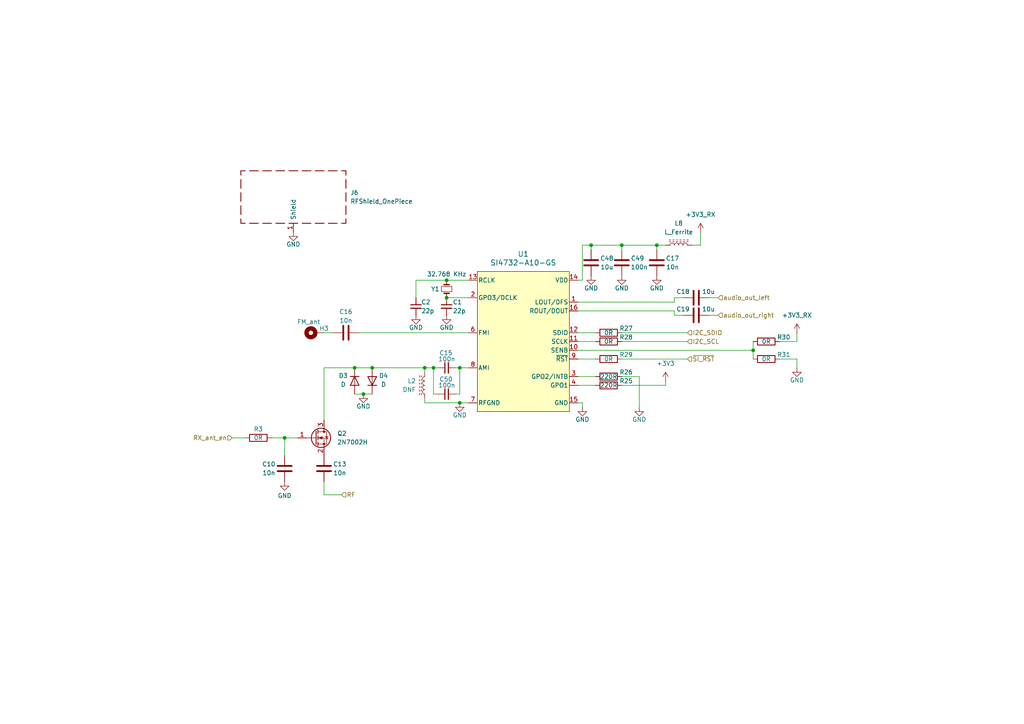
<source format=kicad_sch>
(kicad_sch
	(version 20231120)
	(generator "eeschema")
	(generator_version "8.0")
	(uuid "1baf752e-0595-4a71-81d5-6331cfd7d332")
	(paper "A4")
	(lib_symbols
		(symbol "Device:C"
			(pin_numbers hide)
			(pin_names
				(offset 0.254)
			)
			(exclude_from_sim no)
			(in_bom yes)
			(on_board yes)
			(property "Reference" "C"
				(at 0.635 2.54 0)
				(effects
					(font
						(size 1.27 1.27)
					)
					(justify left)
				)
			)
			(property "Value" "C"
				(at 0.635 -2.54 0)
				(effects
					(font
						(size 1.27 1.27)
					)
					(justify left)
				)
			)
			(property "Footprint" ""
				(at 0.9652 -3.81 0)
				(effects
					(font
						(size 1.27 1.27)
					)
					(hide yes)
				)
			)
			(property "Datasheet" "~"
				(at 0 0 0)
				(effects
					(font
						(size 1.27 1.27)
					)
					(hide yes)
				)
			)
			(property "Description" "Unpolarized capacitor"
				(at 0 0 0)
				(effects
					(font
						(size 1.27 1.27)
					)
					(hide yes)
				)
			)
			(property "ki_keywords" "cap capacitor"
				(at 0 0 0)
				(effects
					(font
						(size 1.27 1.27)
					)
					(hide yes)
				)
			)
			(property "ki_fp_filters" "C_*"
				(at 0 0 0)
				(effects
					(font
						(size 1.27 1.27)
					)
					(hide yes)
				)
			)
			(symbol "C_0_1"
				(polyline
					(pts
						(xy -2.032 -0.762) (xy 2.032 -0.762)
					)
					(stroke
						(width 0.508)
						(type default)
					)
					(fill
						(type none)
					)
				)
				(polyline
					(pts
						(xy -2.032 0.762) (xy 2.032 0.762)
					)
					(stroke
						(width 0.508)
						(type default)
					)
					(fill
						(type none)
					)
				)
			)
			(symbol "C_1_1"
				(pin passive line
					(at 0 3.81 270)
					(length 2.794)
					(name "~"
						(effects
							(font
								(size 1.27 1.27)
							)
						)
					)
					(number "1"
						(effects
							(font
								(size 1.27 1.27)
							)
						)
					)
				)
				(pin passive line
					(at 0 -3.81 90)
					(length 2.794)
					(name "~"
						(effects
							(font
								(size 1.27 1.27)
							)
						)
					)
					(number "2"
						(effects
							(font
								(size 1.27 1.27)
							)
						)
					)
				)
			)
		)
		(symbol "Device:C_Small"
			(pin_numbers hide)
			(pin_names
				(offset 0.254) hide)
			(exclude_from_sim no)
			(in_bom yes)
			(on_board yes)
			(property "Reference" "C"
				(at 0.254 1.778 0)
				(effects
					(font
						(size 1.27 1.27)
					)
					(justify left)
				)
			)
			(property "Value" "C_Small"
				(at 0.254 -2.032 0)
				(effects
					(font
						(size 1.27 1.27)
					)
					(justify left)
				)
			)
			(property "Footprint" ""
				(at 0 0 0)
				(effects
					(font
						(size 1.27 1.27)
					)
					(hide yes)
				)
			)
			(property "Datasheet" "~"
				(at 0 0 0)
				(effects
					(font
						(size 1.27 1.27)
					)
					(hide yes)
				)
			)
			(property "Description" "Unpolarized capacitor, small symbol"
				(at 0 0 0)
				(effects
					(font
						(size 1.27 1.27)
					)
					(hide yes)
				)
			)
			(property "ki_keywords" "capacitor cap"
				(at 0 0 0)
				(effects
					(font
						(size 1.27 1.27)
					)
					(hide yes)
				)
			)
			(property "ki_fp_filters" "C_*"
				(at 0 0 0)
				(effects
					(font
						(size 1.27 1.27)
					)
					(hide yes)
				)
			)
			(symbol "C_Small_0_1"
				(polyline
					(pts
						(xy -1.524 -0.508) (xy 1.524 -0.508)
					)
					(stroke
						(width 0.3302)
						(type default)
					)
					(fill
						(type none)
					)
				)
				(polyline
					(pts
						(xy -1.524 0.508) (xy 1.524 0.508)
					)
					(stroke
						(width 0.3048)
						(type default)
					)
					(fill
						(type none)
					)
				)
			)
			(symbol "C_Small_1_1"
				(pin passive line
					(at 0 2.54 270)
					(length 2.032)
					(name "~"
						(effects
							(font
								(size 1.27 1.27)
							)
						)
					)
					(number "1"
						(effects
							(font
								(size 1.27 1.27)
							)
						)
					)
				)
				(pin passive line
					(at 0 -2.54 90)
					(length 2.032)
					(name "~"
						(effects
							(font
								(size 1.27 1.27)
							)
						)
					)
					(number "2"
						(effects
							(font
								(size 1.27 1.27)
							)
						)
					)
				)
			)
		)
		(symbol "Device:Crystal_Small"
			(pin_numbers hide)
			(pin_names
				(offset 1.016) hide)
			(exclude_from_sim no)
			(in_bom yes)
			(on_board yes)
			(property "Reference" "Y"
				(at 0 2.54 0)
				(effects
					(font
						(size 1.27 1.27)
					)
				)
			)
			(property "Value" "Crystal_Small"
				(at 0 -2.54 0)
				(effects
					(font
						(size 1.27 1.27)
					)
				)
			)
			(property "Footprint" ""
				(at 0 0 0)
				(effects
					(font
						(size 1.27 1.27)
					)
					(hide yes)
				)
			)
			(property "Datasheet" "~"
				(at 0 0 0)
				(effects
					(font
						(size 1.27 1.27)
					)
					(hide yes)
				)
			)
			(property "Description" "Two pin crystal, small symbol"
				(at 0 0 0)
				(effects
					(font
						(size 1.27 1.27)
					)
					(hide yes)
				)
			)
			(property "ki_keywords" "quartz ceramic resonator oscillator"
				(at 0 0 0)
				(effects
					(font
						(size 1.27 1.27)
					)
					(hide yes)
				)
			)
			(property "ki_fp_filters" "Crystal*"
				(at 0 0 0)
				(effects
					(font
						(size 1.27 1.27)
					)
					(hide yes)
				)
			)
			(symbol "Crystal_Small_0_1"
				(rectangle
					(start -0.762 -1.524)
					(end 0.762 1.524)
					(stroke
						(width 0)
						(type default)
					)
					(fill
						(type none)
					)
				)
				(polyline
					(pts
						(xy -1.27 -0.762) (xy -1.27 0.762)
					)
					(stroke
						(width 0.381)
						(type default)
					)
					(fill
						(type none)
					)
				)
				(polyline
					(pts
						(xy 1.27 -0.762) (xy 1.27 0.762)
					)
					(stroke
						(width 0.381)
						(type default)
					)
					(fill
						(type none)
					)
				)
			)
			(symbol "Crystal_Small_1_1"
				(pin passive line
					(at -2.54 0 0)
					(length 1.27)
					(name "1"
						(effects
							(font
								(size 1.27 1.27)
							)
						)
					)
					(number "1"
						(effects
							(font
								(size 1.27 1.27)
							)
						)
					)
				)
				(pin passive line
					(at 2.54 0 180)
					(length 1.27)
					(name "2"
						(effects
							(font
								(size 1.27 1.27)
							)
						)
					)
					(number "2"
						(effects
							(font
								(size 1.27 1.27)
							)
						)
					)
				)
			)
		)
		(symbol "Device:D"
			(pin_numbers hide)
			(pin_names
				(offset 1.016) hide)
			(exclude_from_sim no)
			(in_bom yes)
			(on_board yes)
			(property "Reference" "D"
				(at 0 2.54 0)
				(effects
					(font
						(size 1.27 1.27)
					)
				)
			)
			(property "Value" "D"
				(at 0 -2.54 0)
				(effects
					(font
						(size 1.27 1.27)
					)
				)
			)
			(property "Footprint" ""
				(at 0 0 0)
				(effects
					(font
						(size 1.27 1.27)
					)
					(hide yes)
				)
			)
			(property "Datasheet" "~"
				(at 0 0 0)
				(effects
					(font
						(size 1.27 1.27)
					)
					(hide yes)
				)
			)
			(property "Description" "Diode"
				(at 0 0 0)
				(effects
					(font
						(size 1.27 1.27)
					)
					(hide yes)
				)
			)
			(property "Sim.Device" "D"
				(at 0 0 0)
				(effects
					(font
						(size 1.27 1.27)
					)
					(hide yes)
				)
			)
			(property "Sim.Pins" "1=K 2=A"
				(at 0 0 0)
				(effects
					(font
						(size 1.27 1.27)
					)
					(hide yes)
				)
			)
			(property "ki_keywords" "diode"
				(at 0 0 0)
				(effects
					(font
						(size 1.27 1.27)
					)
					(hide yes)
				)
			)
			(property "ki_fp_filters" "TO-???* *_Diode_* *SingleDiode* D_*"
				(at 0 0 0)
				(effects
					(font
						(size 1.27 1.27)
					)
					(hide yes)
				)
			)
			(symbol "D_0_1"
				(polyline
					(pts
						(xy -1.27 1.27) (xy -1.27 -1.27)
					)
					(stroke
						(width 0.254)
						(type default)
					)
					(fill
						(type none)
					)
				)
				(polyline
					(pts
						(xy 1.27 0) (xy -1.27 0)
					)
					(stroke
						(width 0)
						(type default)
					)
					(fill
						(type none)
					)
				)
				(polyline
					(pts
						(xy 1.27 1.27) (xy 1.27 -1.27) (xy -1.27 0) (xy 1.27 1.27)
					)
					(stroke
						(width 0.254)
						(type default)
					)
					(fill
						(type none)
					)
				)
			)
			(symbol "D_1_1"
				(pin passive line
					(at -3.81 0 0)
					(length 2.54)
					(name "K"
						(effects
							(font
								(size 1.27 1.27)
							)
						)
					)
					(number "1"
						(effects
							(font
								(size 1.27 1.27)
							)
						)
					)
				)
				(pin passive line
					(at 3.81 0 180)
					(length 2.54)
					(name "A"
						(effects
							(font
								(size 1.27 1.27)
							)
						)
					)
					(number "2"
						(effects
							(font
								(size 1.27 1.27)
							)
						)
					)
				)
			)
		)
		(symbol "Device:L_Ferrite"
			(pin_numbers hide)
			(pin_names
				(offset 1.016) hide)
			(exclude_from_sim no)
			(in_bom yes)
			(on_board yes)
			(property "Reference" "L"
				(at -1.27 0 90)
				(effects
					(font
						(size 1.27 1.27)
					)
				)
			)
			(property "Value" "L_Ferrite"
				(at 2.794 0 90)
				(effects
					(font
						(size 1.27 1.27)
					)
				)
			)
			(property "Footprint" ""
				(at 0 0 0)
				(effects
					(font
						(size 1.27 1.27)
					)
					(hide yes)
				)
			)
			(property "Datasheet" "~"
				(at 0 0 0)
				(effects
					(font
						(size 1.27 1.27)
					)
					(hide yes)
				)
			)
			(property "Description" "Inductor with ferrite core"
				(at 0 0 0)
				(effects
					(font
						(size 1.27 1.27)
					)
					(hide yes)
				)
			)
			(property "ki_keywords" "inductor choke coil reactor magnetic"
				(at 0 0 0)
				(effects
					(font
						(size 1.27 1.27)
					)
					(hide yes)
				)
			)
			(property "ki_fp_filters" "Choke_* *Coil* Inductor_* L_*"
				(at 0 0 0)
				(effects
					(font
						(size 1.27 1.27)
					)
					(hide yes)
				)
			)
			(symbol "L_Ferrite_0_1"
				(arc
					(start 0 -2.54)
					(mid 0.6323 -1.905)
					(end 0 -1.27)
					(stroke
						(width 0)
						(type default)
					)
					(fill
						(type none)
					)
				)
				(arc
					(start 0 -1.27)
					(mid 0.6323 -0.635)
					(end 0 0)
					(stroke
						(width 0)
						(type default)
					)
					(fill
						(type none)
					)
				)
				(polyline
					(pts
						(xy 1.016 -2.794) (xy 1.016 -2.286)
					)
					(stroke
						(width 0)
						(type default)
					)
					(fill
						(type none)
					)
				)
				(polyline
					(pts
						(xy 1.016 -1.778) (xy 1.016 -1.27)
					)
					(stroke
						(width 0)
						(type default)
					)
					(fill
						(type none)
					)
				)
				(polyline
					(pts
						(xy 1.016 -0.762) (xy 1.016 -0.254)
					)
					(stroke
						(width 0)
						(type default)
					)
					(fill
						(type none)
					)
				)
				(polyline
					(pts
						(xy 1.016 0.254) (xy 1.016 0.762)
					)
					(stroke
						(width 0)
						(type default)
					)
					(fill
						(type none)
					)
				)
				(polyline
					(pts
						(xy 1.016 1.27) (xy 1.016 1.778)
					)
					(stroke
						(width 0)
						(type default)
					)
					(fill
						(type none)
					)
				)
				(polyline
					(pts
						(xy 1.016 2.286) (xy 1.016 2.794)
					)
					(stroke
						(width 0)
						(type default)
					)
					(fill
						(type none)
					)
				)
				(polyline
					(pts
						(xy 1.524 -2.286) (xy 1.524 -2.794)
					)
					(stroke
						(width 0)
						(type default)
					)
					(fill
						(type none)
					)
				)
				(polyline
					(pts
						(xy 1.524 -1.27) (xy 1.524 -1.778)
					)
					(stroke
						(width 0)
						(type default)
					)
					(fill
						(type none)
					)
				)
				(polyline
					(pts
						(xy 1.524 -0.254) (xy 1.524 -0.762)
					)
					(stroke
						(width 0)
						(type default)
					)
					(fill
						(type none)
					)
				)
				(polyline
					(pts
						(xy 1.524 0.762) (xy 1.524 0.254)
					)
					(stroke
						(width 0)
						(type default)
					)
					(fill
						(type none)
					)
				)
				(polyline
					(pts
						(xy 1.524 1.778) (xy 1.524 1.27)
					)
					(stroke
						(width 0)
						(type default)
					)
					(fill
						(type none)
					)
				)
				(polyline
					(pts
						(xy 1.524 2.794) (xy 1.524 2.286)
					)
					(stroke
						(width 0)
						(type default)
					)
					(fill
						(type none)
					)
				)
				(arc
					(start 0 0)
					(mid 0.6323 0.635)
					(end 0 1.27)
					(stroke
						(width 0)
						(type default)
					)
					(fill
						(type none)
					)
				)
				(arc
					(start 0 1.27)
					(mid 0.6323 1.905)
					(end 0 2.54)
					(stroke
						(width 0)
						(type default)
					)
					(fill
						(type none)
					)
				)
			)
			(symbol "L_Ferrite_1_1"
				(pin passive line
					(at 0 3.81 270)
					(length 1.27)
					(name "1"
						(effects
							(font
								(size 1.27 1.27)
							)
						)
					)
					(number "1"
						(effects
							(font
								(size 1.27 1.27)
							)
						)
					)
				)
				(pin passive line
					(at 0 -3.81 90)
					(length 1.27)
					(name "2"
						(effects
							(font
								(size 1.27 1.27)
							)
						)
					)
					(number "2"
						(effects
							(font
								(size 1.27 1.27)
							)
						)
					)
				)
			)
		)
		(symbol "Device:R"
			(pin_numbers hide)
			(pin_names
				(offset 0)
			)
			(exclude_from_sim no)
			(in_bom yes)
			(on_board yes)
			(property "Reference" "R"
				(at 2.032 0 90)
				(effects
					(font
						(size 1.27 1.27)
					)
				)
			)
			(property "Value" "R"
				(at 0 0 90)
				(effects
					(font
						(size 1.27 1.27)
					)
				)
			)
			(property "Footprint" ""
				(at -1.778 0 90)
				(effects
					(font
						(size 1.27 1.27)
					)
					(hide yes)
				)
			)
			(property "Datasheet" "~"
				(at 0 0 0)
				(effects
					(font
						(size 1.27 1.27)
					)
					(hide yes)
				)
			)
			(property "Description" "Resistor"
				(at 0 0 0)
				(effects
					(font
						(size 1.27 1.27)
					)
					(hide yes)
				)
			)
			(property "ki_keywords" "R res resistor"
				(at 0 0 0)
				(effects
					(font
						(size 1.27 1.27)
					)
					(hide yes)
				)
			)
			(property "ki_fp_filters" "R_*"
				(at 0 0 0)
				(effects
					(font
						(size 1.27 1.27)
					)
					(hide yes)
				)
			)
			(symbol "R_0_1"
				(rectangle
					(start -1.016 -2.54)
					(end 1.016 2.54)
					(stroke
						(width 0.254)
						(type default)
					)
					(fill
						(type none)
					)
				)
			)
			(symbol "R_1_1"
				(pin passive line
					(at 0 3.81 270)
					(length 1.27)
					(name "~"
						(effects
							(font
								(size 1.27 1.27)
							)
						)
					)
					(number "1"
						(effects
							(font
								(size 1.27 1.27)
							)
						)
					)
				)
				(pin passive line
					(at 0 -3.81 90)
					(length 1.27)
					(name "~"
						(effects
							(font
								(size 1.27 1.27)
							)
						)
					)
					(number "2"
						(effects
							(font
								(size 1.27 1.27)
							)
						)
					)
				)
			)
		)
		(symbol "Device:RFShield_OnePiece"
			(pin_names
				(offset 1.016)
			)
			(exclude_from_sim no)
			(in_bom yes)
			(on_board yes)
			(property "Reference" "J"
				(at 0 5.08 0)
				(effects
					(font
						(size 1.27 1.27)
					)
				)
			)
			(property "Value" "RFShield_OnePiece"
				(at 0 2.54 0)
				(effects
					(font
						(size 1.27 1.27)
					)
				)
			)
			(property "Footprint" ""
				(at 0 -2.54 0)
				(effects
					(font
						(size 1.27 1.27)
					)
					(hide yes)
				)
			)
			(property "Datasheet" "~"
				(at 0 -2.54 0)
				(effects
					(font
						(size 1.27 1.27)
					)
					(hide yes)
				)
			)
			(property "Description" "One-piece EMI RF shielding cabinet"
				(at 0 0 0)
				(effects
					(font
						(size 1.27 1.27)
					)
					(hide yes)
				)
			)
			(property "ki_keywords" "RF EMI shielding cabinet"
				(at 0 0 0)
				(effects
					(font
						(size 1.27 1.27)
					)
					(hide yes)
				)
			)
			(symbol "RFShield_OnePiece_0_1"
				(polyline
					(pts
						(xy -15.24 -5.08) (xy -15.24 -2.54)
					)
					(stroke
						(width 0.254)
						(type default)
					)
					(fill
						(type none)
					)
				)
				(polyline
					(pts
						(xy -15.24 -1.27) (xy -15.24 1.27)
					)
					(stroke
						(width 0.254)
						(type default)
					)
					(fill
						(type none)
					)
				)
				(polyline
					(pts
						(xy -15.24 2.54) (xy -15.24 5.08)
					)
					(stroke
						(width 0.254)
						(type default)
					)
					(fill
						(type none)
					)
				)
				(polyline
					(pts
						(xy -12.7 7.62) (xy -10.16 7.62)
					)
					(stroke
						(width 0.254)
						(type default)
					)
					(fill
						(type none)
					)
				)
				(polyline
					(pts
						(xy -10.16 -7.62) (xy -12.7 -7.62)
					)
					(stroke
						(width 0.254)
						(type default)
					)
					(fill
						(type none)
					)
				)
				(polyline
					(pts
						(xy -6.35 -7.62) (xy -8.89 -7.62)
					)
					(stroke
						(width 0.254)
						(type default)
					)
					(fill
						(type none)
					)
				)
				(polyline
					(pts
						(xy -6.35 7.62) (xy -8.89 7.62)
					)
					(stroke
						(width 0.254)
						(type default)
					)
					(fill
						(type none)
					)
				)
				(polyline
					(pts
						(xy -2.54 -7.62) (xy -5.08 -7.62)
					)
					(stroke
						(width 0.254)
						(type default)
					)
					(fill
						(type none)
					)
				)
				(polyline
					(pts
						(xy -2.54 7.62) (xy -5.08 7.62)
					)
					(stroke
						(width 0.254)
						(type default)
					)
					(fill
						(type none)
					)
				)
				(polyline
					(pts
						(xy -1.27 -7.62) (xy 1.27 -7.62)
					)
					(stroke
						(width 0.254)
						(type default)
					)
					(fill
						(type none)
					)
				)
				(polyline
					(pts
						(xy 1.27 7.62) (xy -1.27 7.62)
					)
					(stroke
						(width 0.254)
						(type default)
					)
					(fill
						(type none)
					)
				)
				(polyline
					(pts
						(xy 2.54 -7.62) (xy 5.08 -7.62)
					)
					(stroke
						(width 0.254)
						(type default)
					)
					(fill
						(type none)
					)
				)
				(polyline
					(pts
						(xy 5.08 7.62) (xy 2.54 7.62)
					)
					(stroke
						(width 0.254)
						(type default)
					)
					(fill
						(type none)
					)
				)
				(polyline
					(pts
						(xy 6.35 -7.62) (xy 8.89 -7.62)
					)
					(stroke
						(width 0.254)
						(type default)
					)
					(fill
						(type none)
					)
				)
				(polyline
					(pts
						(xy 8.89 7.62) (xy 6.35 7.62)
					)
					(stroke
						(width 0.254)
						(type default)
					)
					(fill
						(type none)
					)
				)
				(polyline
					(pts
						(xy 10.16 -7.62) (xy 12.7 -7.62)
					)
					(stroke
						(width 0.254)
						(type default)
					)
					(fill
						(type none)
					)
				)
				(polyline
					(pts
						(xy 12.7 7.62) (xy 10.16 7.62)
					)
					(stroke
						(width 0.254)
						(type default)
					)
					(fill
						(type none)
					)
				)
				(polyline
					(pts
						(xy 15.24 -5.08) (xy 15.24 -2.54)
					)
					(stroke
						(width 0.254)
						(type default)
					)
					(fill
						(type none)
					)
				)
				(polyline
					(pts
						(xy 15.24 -1.27) (xy 15.24 1.27)
					)
					(stroke
						(width 0.254)
						(type default)
					)
					(fill
						(type none)
					)
				)
				(polyline
					(pts
						(xy 15.24 2.54) (xy 15.24 5.08)
					)
					(stroke
						(width 0.254)
						(type default)
					)
					(fill
						(type none)
					)
				)
				(polyline
					(pts
						(xy -15.24 6.35) (xy -15.24 7.62) (xy -13.97 7.62)
					)
					(stroke
						(width 0.254)
						(type default)
					)
					(fill
						(type none)
					)
				)
				(polyline
					(pts
						(xy -13.97 -7.62) (xy -15.24 -7.62) (xy -15.24 -6.35)
					)
					(stroke
						(width 0.254)
						(type default)
					)
					(fill
						(type none)
					)
				)
				(polyline
					(pts
						(xy 13.97 -7.62) (xy 15.24 -7.62) (xy 15.24 -6.35)
					)
					(stroke
						(width 0.254)
						(type default)
					)
					(fill
						(type none)
					)
				)
				(polyline
					(pts
						(xy 15.24 6.35) (xy 15.24 7.62) (xy 13.97 7.62)
					)
					(stroke
						(width 0.254)
						(type default)
					)
					(fill
						(type none)
					)
				)
			)
			(symbol "RFShield_OnePiece_1_1"
				(pin passive line
					(at 0 -10.16 90)
					(length 2.54)
					(name "Shield"
						(effects
							(font
								(size 1.27 1.27)
							)
						)
					)
					(number "1"
						(effects
							(font
								(size 1.27 1.27)
							)
						)
					)
				)
			)
		)
		(symbol "MountingHole_Pad_2"
			(pin_numbers hide)
			(pin_names
				(offset 1.016) hide)
			(exclude_from_sim yes)
			(in_bom no)
			(on_board yes)
			(property "Reference" "H"
				(at 0 6.35 0)
				(effects
					(font
						(size 1.27 1.27)
					)
				)
			)
			(property "Value" "MountingHole_Pad"
				(at 0 4.445 0)
				(effects
					(font
						(size 1.27 1.27)
					)
				)
			)
			(property "Footprint" ""
				(at 0 0 0)
				(effects
					(font
						(size 1.27 1.27)
					)
					(hide yes)
				)
			)
			(property "Datasheet" "~"
				(at 0 0 0)
				(effects
					(font
						(size 1.27 1.27)
					)
					(hide yes)
				)
			)
			(property "Description" "Mounting Hole with connection"
				(at 0 0 0)
				(effects
					(font
						(size 1.27 1.27)
					)
					(hide yes)
				)
			)
			(property "ki_keywords" "mounting hole"
				(at 0 0 0)
				(effects
					(font
						(size 1.27 1.27)
					)
					(hide yes)
				)
			)
			(property "ki_fp_filters" "MountingHole*Pad*"
				(at 0 0 0)
				(effects
					(font
						(size 1.27 1.27)
					)
					(hide yes)
				)
			)
			(symbol "MountingHole_Pad_2_0_1"
				(circle
					(center 0 1.27)
					(radius 1.27)
					(stroke
						(width 1.27)
						(type default)
					)
					(fill
						(type none)
					)
				)
			)
			(symbol "MountingHole_Pad_2_1_1"
				(pin input line
					(at 0 -2.54 90)
					(length 2.54)
					(name "1"
						(effects
							(font
								(size 1.27 1.27)
							)
						)
					)
					(number "1"
						(effects
							(font
								(size 1.27 1.27)
							)
						)
					)
				)
			)
		)
		(symbol "Transistor_FET:2N7002H"
			(pin_names hide)
			(exclude_from_sim no)
			(in_bom yes)
			(on_board yes)
			(property "Reference" "Q"
				(at 5.08 1.905 0)
				(effects
					(font
						(size 1.27 1.27)
					)
					(justify left)
				)
			)
			(property "Value" "2N7002H"
				(at 5.08 0 0)
				(effects
					(font
						(size 1.27 1.27)
					)
					(justify left)
				)
			)
			(property "Footprint" "Package_TO_SOT_SMD:SOT-23"
				(at 5.08 -1.905 0)
				(effects
					(font
						(size 1.27 1.27)
						(italic yes)
					)
					(justify left)
					(hide yes)
				)
			)
			(property "Datasheet" "http://www.diodes.com/assets/Datasheets/2N7002H.pdf"
				(at 5.08 -3.81 0)
				(effects
					(font
						(size 1.27 1.27)
					)
					(justify left)
					(hide yes)
				)
			)
			(property "Description" "0.21A Id, 60V Vds, N-Channel MOSFET, SOT-23"
				(at 0 0 0)
				(effects
					(font
						(size 1.27 1.27)
					)
					(hide yes)
				)
			)
			(property "ki_keywords" "N-Channel MOSFET"
				(at 0 0 0)
				(effects
					(font
						(size 1.27 1.27)
					)
					(hide yes)
				)
			)
			(property "ki_fp_filters" "SOT?23*"
				(at 0 0 0)
				(effects
					(font
						(size 1.27 1.27)
					)
					(hide yes)
				)
			)
			(symbol "2N7002H_0_1"
				(polyline
					(pts
						(xy 0.254 0) (xy -2.54 0)
					)
					(stroke
						(width 0)
						(type default)
					)
					(fill
						(type none)
					)
				)
				(polyline
					(pts
						(xy 0.254 1.905) (xy 0.254 -1.905)
					)
					(stroke
						(width 0.254)
						(type default)
					)
					(fill
						(type none)
					)
				)
				(polyline
					(pts
						(xy 0.762 -1.27) (xy 0.762 -2.286)
					)
					(stroke
						(width 0.254)
						(type default)
					)
					(fill
						(type none)
					)
				)
				(polyline
					(pts
						(xy 0.762 0.508) (xy 0.762 -0.508)
					)
					(stroke
						(width 0.254)
						(type default)
					)
					(fill
						(type none)
					)
				)
				(polyline
					(pts
						(xy 0.762 2.286) (xy 0.762 1.27)
					)
					(stroke
						(width 0.254)
						(type default)
					)
					(fill
						(type none)
					)
				)
				(polyline
					(pts
						(xy 2.54 2.54) (xy 2.54 1.778)
					)
					(stroke
						(width 0)
						(type default)
					)
					(fill
						(type none)
					)
				)
				(polyline
					(pts
						(xy 2.54 -2.54) (xy 2.54 0) (xy 0.762 0)
					)
					(stroke
						(width 0)
						(type default)
					)
					(fill
						(type none)
					)
				)
				(polyline
					(pts
						(xy 0.762 -1.778) (xy 3.302 -1.778) (xy 3.302 1.778) (xy 0.762 1.778)
					)
					(stroke
						(width 0)
						(type default)
					)
					(fill
						(type none)
					)
				)
				(polyline
					(pts
						(xy 1.016 0) (xy 2.032 0.381) (xy 2.032 -0.381) (xy 1.016 0)
					)
					(stroke
						(width 0)
						(type default)
					)
					(fill
						(type outline)
					)
				)
				(polyline
					(pts
						(xy 2.794 0.508) (xy 2.921 0.381) (xy 3.683 0.381) (xy 3.81 0.254)
					)
					(stroke
						(width 0)
						(type default)
					)
					(fill
						(type none)
					)
				)
				(polyline
					(pts
						(xy 3.302 0.381) (xy 2.921 -0.254) (xy 3.683 -0.254) (xy 3.302 0.381)
					)
					(stroke
						(width 0)
						(type default)
					)
					(fill
						(type none)
					)
				)
				(circle
					(center 1.651 0)
					(radius 2.794)
					(stroke
						(width 0.254)
						(type default)
					)
					(fill
						(type none)
					)
				)
				(circle
					(center 2.54 -1.778)
					(radius 0.254)
					(stroke
						(width 0)
						(type default)
					)
					(fill
						(type outline)
					)
				)
				(circle
					(center 2.54 1.778)
					(radius 0.254)
					(stroke
						(width 0)
						(type default)
					)
					(fill
						(type outline)
					)
				)
			)
			(symbol "2N7002H_1_1"
				(pin input line
					(at -5.08 0 0)
					(length 2.54)
					(name "G"
						(effects
							(font
								(size 1.27 1.27)
							)
						)
					)
					(number "1"
						(effects
							(font
								(size 1.27 1.27)
							)
						)
					)
				)
				(pin passive line
					(at 2.54 -5.08 90)
					(length 2.54)
					(name "S"
						(effects
							(font
								(size 1.27 1.27)
							)
						)
					)
					(number "2"
						(effects
							(font
								(size 1.27 1.27)
							)
						)
					)
				)
				(pin passive line
					(at 2.54 5.08 270)
					(length 2.54)
					(name "D"
						(effects
							(font
								(size 1.27 1.27)
							)
						)
					)
					(number "3"
						(effects
							(font
								(size 1.27 1.27)
							)
						)
					)
				)
			)
		)
		(symbol "power:+3V3"
			(power)
			(pin_numbers hide)
			(pin_names
				(offset 0) hide)
			(exclude_from_sim no)
			(in_bom yes)
			(on_board yes)
			(property "Reference" "#PWR"
				(at 0 -3.81 0)
				(effects
					(font
						(size 1.27 1.27)
					)
					(hide yes)
				)
			)
			(property "Value" "+3V3"
				(at 0 3.556 0)
				(effects
					(font
						(size 1.27 1.27)
					)
				)
			)
			(property "Footprint" ""
				(at 0 0 0)
				(effects
					(font
						(size 1.27 1.27)
					)
					(hide yes)
				)
			)
			(property "Datasheet" ""
				(at 0 0 0)
				(effects
					(font
						(size 1.27 1.27)
					)
					(hide yes)
				)
			)
			(property "Description" "Power symbol creates a global label with name \"+3V3\""
				(at 0 0 0)
				(effects
					(font
						(size 1.27 1.27)
					)
					(hide yes)
				)
			)
			(property "ki_keywords" "global power"
				(at 0 0 0)
				(effects
					(font
						(size 1.27 1.27)
					)
					(hide yes)
				)
			)
			(symbol "+3V3_0_1"
				(polyline
					(pts
						(xy -0.762 1.27) (xy 0 2.54)
					)
					(stroke
						(width 0)
						(type default)
					)
					(fill
						(type none)
					)
				)
				(polyline
					(pts
						(xy 0 0) (xy 0 2.54)
					)
					(stroke
						(width 0)
						(type default)
					)
					(fill
						(type none)
					)
				)
				(polyline
					(pts
						(xy 0 2.54) (xy 0.762 1.27)
					)
					(stroke
						(width 0)
						(type default)
					)
					(fill
						(type none)
					)
				)
			)
			(symbol "+3V3_1_1"
				(pin power_in line
					(at 0 0 90)
					(length 0)
					(name "~"
						(effects
							(font
								(size 1.27 1.27)
							)
						)
					)
					(number "1"
						(effects
							(font
								(size 1.27 1.27)
							)
						)
					)
				)
			)
		)
		(symbol "power:GND"
			(power)
			(pin_numbers hide)
			(pin_names
				(offset 0) hide)
			(exclude_from_sim no)
			(in_bom yes)
			(on_board yes)
			(property "Reference" "#PWR"
				(at 0 -6.35 0)
				(effects
					(font
						(size 1.27 1.27)
					)
					(hide yes)
				)
			)
			(property "Value" "GND"
				(at 0 -3.81 0)
				(effects
					(font
						(size 1.27 1.27)
					)
				)
			)
			(property "Footprint" ""
				(at 0 0 0)
				(effects
					(font
						(size 1.27 1.27)
					)
					(hide yes)
				)
			)
			(property "Datasheet" ""
				(at 0 0 0)
				(effects
					(font
						(size 1.27 1.27)
					)
					(hide yes)
				)
			)
			(property "Description" "Power symbol creates a global label with name \"GND\" , ground"
				(at 0 0 0)
				(effects
					(font
						(size 1.27 1.27)
					)
					(hide yes)
				)
			)
			(property "ki_keywords" "global power"
				(at 0 0 0)
				(effects
					(font
						(size 1.27 1.27)
					)
					(hide yes)
				)
			)
			(symbol "GND_0_1"
				(polyline
					(pts
						(xy 0 0) (xy 0 -1.27) (xy 1.27 -1.27) (xy 0 -2.54) (xy -1.27 -1.27) (xy 0 -1.27)
					)
					(stroke
						(width 0)
						(type default)
					)
					(fill
						(type none)
					)
				)
			)
			(symbol "GND_1_1"
				(pin power_in line
					(at 0 0 270)
					(length 0)
					(name "~"
						(effects
							(font
								(size 1.27 1.27)
							)
						)
					)
					(number "1"
						(effects
							(font
								(size 1.27 1.27)
							)
						)
					)
				)
			)
		)
		(symbol "summit_scourer:SI4732-A10-GS"
			(pin_names
				(offset 0.254)
			)
			(exclude_from_sim no)
			(in_bom yes)
			(on_board yes)
			(property "Reference" "U"
				(at -0.254 25.654 0)
				(effects
					(font
						(size 1.524 1.524)
					)
				)
			)
			(property "Value" "SI4732-A10-GS"
				(at -0.254 23.114 0)
				(effects
					(font
						(size 1.524 1.524)
					)
				)
			)
			(property "Footprint" "SOIC_A10-GS_SIL"
				(at 0.762 -23.622 0)
				(effects
					(font
						(size 1.27 1.27)
						(italic yes)
					)
					(hide yes)
				)
			)
			(property "Datasheet" "SI4732-A10-GS"
				(at 0.762 -21.336 0)
				(effects
					(font
						(size 1.27 1.27)
						(italic yes)
					)
					(hide yes)
				)
			)
			(property "Description" ""
				(at 0 0 0)
				(effects
					(font
						(size 1.27 1.27)
					)
					(hide yes)
				)
			)
			(property "ki_locked" ""
				(at 0 0 0)
				(effects
					(font
						(size 1.27 1.27)
					)
				)
			)
			(property "ki_keywords" "SI4732-A10-GS"
				(at 0 0 0)
				(effects
					(font
						(size 1.27 1.27)
					)
					(hide yes)
				)
			)
			(property "ki_fp_filters" "SOIC_A10-GS_SIL SOIC_A10-GS_SIL-M SOIC_A10-GS_SIL-L"
				(at 0 0 0)
				(effects
					(font
						(size 1.27 1.27)
					)
					(hide yes)
				)
			)
			(symbol "SI4732-A10-GS_0_1"
				(pin unspecified line
					(at 16.51 12.7 180)
					(length 2.54)
					(name "LOUT/DFS"
						(effects
							(font
								(size 1.27 1.27)
							)
						)
					)
					(number "1"
						(effects
							(font
								(size 1.27 1.27)
							)
						)
					)
				)
				(pin unspecified line
					(at 16.51 -1.27 180)
					(length 2.54)
					(name "SENB"
						(effects
							(font
								(size 1.27 1.27)
							)
						)
					)
					(number "10"
						(effects
							(font
								(size 1.27 1.27)
							)
						)
					)
				)
				(pin unspecified line
					(at 16.51 1.27 180)
					(length 2.54)
					(name "SCLK"
						(effects
							(font
								(size 1.27 1.27)
							)
						)
					)
					(number "11"
						(effects
							(font
								(size 1.27 1.27)
							)
						)
					)
				)
				(pin unspecified line
					(at 16.51 3.81 180)
					(length 2.54)
					(name "SDIO"
						(effects
							(font
								(size 1.27 1.27)
							)
						)
					)
					(number "12"
						(effects
							(font
								(size 1.27 1.27)
							)
						)
					)
				)
				(pin unspecified line
					(at -15.24 19.05 0)
					(length 2.54)
					(name "RCLK"
						(effects
							(font
								(size 1.27 1.27)
							)
						)
					)
					(number "13"
						(effects
							(font
								(size 1.27 1.27)
							)
						)
					)
				)
				(pin power_in line
					(at 16.51 19.05 180)
					(length 2.54)
					(name "VDD"
						(effects
							(font
								(size 1.27 1.27)
							)
						)
					)
					(number "14"
						(effects
							(font
								(size 1.27 1.27)
							)
						)
					)
				)
				(pin power_out line
					(at 16.51 -16.51 180)
					(length 2.54)
					(name "GND"
						(effects
							(font
								(size 1.27 1.27)
							)
						)
					)
					(number "15"
						(effects
							(font
								(size 1.27 1.27)
							)
						)
					)
				)
				(pin unspecified line
					(at 16.51 10.16 180)
					(length 2.54)
					(name "ROUT/DOUT"
						(effects
							(font
								(size 1.27 1.27)
							)
						)
					)
					(number "16"
						(effects
							(font
								(size 1.27 1.27)
							)
						)
					)
				)
				(pin unspecified line
					(at -15.24 13.97 0)
					(length 2.54)
					(name "GPO3/DCLK"
						(effects
							(font
								(size 1.27 1.27)
							)
						)
					)
					(number "2"
						(effects
							(font
								(size 1.27 1.27)
							)
						)
					)
				)
				(pin unspecified line
					(at 16.51 -8.89 180)
					(length 2.54)
					(name "GPO2/INTB"
						(effects
							(font
								(size 1.27 1.27)
							)
						)
					)
					(number "3"
						(effects
							(font
								(size 1.27 1.27)
							)
						)
					)
				)
				(pin unspecified line
					(at 16.51 -11.43 180)
					(length 2.54)
					(name "GPO1"
						(effects
							(font
								(size 1.27 1.27)
							)
						)
					)
					(number "4"
						(effects
							(font
								(size 1.27 1.27)
							)
						)
					)
				)
				(pin no_connect line
					(at 16.51 -13.97 180)
					(length 2.54) hide
					(name "NC"
						(effects
							(font
								(size 1.27 1.27)
							)
						)
					)
					(number "5"
						(effects
							(font
								(size 1.27 1.27)
							)
						)
					)
				)
				(pin unspecified line
					(at -15.24 3.81 0)
					(length 2.54)
					(name "FMI"
						(effects
							(font
								(size 1.27 1.27)
							)
						)
					)
					(number "6"
						(effects
							(font
								(size 1.27 1.27)
							)
						)
					)
				)
				(pin power_out line
					(at -15.24 -16.51 0)
					(length 2.54)
					(name "RFGND"
						(effects
							(font
								(size 1.27 1.27)
							)
						)
					)
					(number "7"
						(effects
							(font
								(size 1.27 1.27)
							)
						)
					)
				)
				(pin unspecified line
					(at -15.24 -6.35 0)
					(length 2.54)
					(name "AMI"
						(effects
							(font
								(size 1.27 1.27)
							)
						)
					)
					(number "8"
						(effects
							(font
								(size 1.27 1.27)
							)
						)
					)
				)
			)
			(symbol "SI4732-A10-GS_1_1"
				(rectangle
					(start -12.7 21.59)
					(end 13.97 -19.05)
					(stroke
						(width 0)
						(type default)
					)
					(fill
						(type background)
					)
				)
				(pin unspecified line
					(at 16.51 -3.81 180)
					(length 2.54)
					(name "~{RST}"
						(effects
							(font
								(size 1.27 1.27)
							)
						)
					)
					(number "9"
						(effects
							(font
								(size 1.27 1.27)
							)
						)
					)
				)
			)
		)
	)
	(junction
		(at 133.35 106.68)
		(diameter 0)
		(color 0 0 0 0)
		(uuid "1a59750d-31a0-4832-9114-16cc55114129")
	)
	(junction
		(at 190.5 71.12)
		(diameter 0)
		(color 0 0 0 0)
		(uuid "1bfaf255-c1bf-4967-b7d1-0b34bdec34ee")
	)
	(junction
		(at 180.34 71.12)
		(diameter 0)
		(color 0 0 0 0)
		(uuid "242ab9f2-d967-4992-9b62-9892fcbad637")
	)
	(junction
		(at 129.54 81.28)
		(diameter 0)
		(color 0 0 0 0)
		(uuid "39abde2b-1f36-4b19-8f8a-9c7e68d36ad0")
	)
	(junction
		(at 102.87 106.68)
		(diameter 0)
		(color 0 0 0 0)
		(uuid "422a79fa-b1b0-4573-99c4-63bc8e7074a4")
	)
	(junction
		(at 129.54 86.36)
		(diameter 0)
		(color 0 0 0 0)
		(uuid "466cf39f-ef27-48dd-88c5-58a9b709e882")
	)
	(junction
		(at 123.19 106.68)
		(diameter 0)
		(color 0 0 0 0)
		(uuid "74858273-e940-438b-b33c-3ac1b60d92ca")
	)
	(junction
		(at 82.55 127)
		(diameter 0)
		(color 0 0 0 0)
		(uuid "760af579-8085-4e5c-a9f3-df8b87b928ec")
	)
	(junction
		(at 133.35 116.84)
		(diameter 0)
		(color 0 0 0 0)
		(uuid "a0e9658d-69d2-4efa-8abd-90caa0e7e4cc")
	)
	(junction
		(at 171.45 71.12)
		(diameter 0)
		(color 0 0 0 0)
		(uuid "a591a14f-e738-4c4d-9665-cebdc6f58b3b")
	)
	(junction
		(at 218.44 101.6)
		(diameter 0)
		(color 0 0 0 0)
		(uuid "ac9a1f74-9d21-4de4-ac24-05deadc72add")
	)
	(junction
		(at 125.73 106.68)
		(diameter 0)
		(color 0 0 0 0)
		(uuid "b92e765f-a1be-4f66-b4ac-842d13d01c63")
	)
	(junction
		(at 105.41 114.3)
		(diameter 0)
		(color 0 0 0 0)
		(uuid "ca62c0e6-accc-4f7e-8d29-e5a7fc399a30")
	)
	(junction
		(at 107.95 106.68)
		(diameter 0)
		(color 0 0 0 0)
		(uuid "d09cee7e-d595-4924-b5d1-f39c4b5dcfec")
	)
	(wire
		(pts
			(xy 99.06 143.51) (xy 93.98 143.51)
		)
		(stroke
			(width 0)
			(type default)
		)
		(uuid "04645b12-2f32-4852-bd92-269e7a39eed1")
	)
	(wire
		(pts
			(xy 193.04 71.12) (xy 190.5 71.12)
		)
		(stroke
			(width 0)
			(type default)
		)
		(uuid "08b5c931-5c93-4c80-bb05-bba434d0749c")
	)
	(wire
		(pts
			(xy 171.45 71.12) (xy 180.34 71.12)
		)
		(stroke
			(width 0)
			(type default)
		)
		(uuid "0e75d62a-68f1-49ec-af71-b39e78efa664")
	)
	(wire
		(pts
			(xy 205.74 86.36) (xy 208.28 86.36)
		)
		(stroke
			(width 0)
			(type default)
		)
		(uuid "14ff61f5-fce3-4b91-88bb-8ee02659357d")
	)
	(wire
		(pts
			(xy 218.44 101.6) (xy 218.44 104.14)
		)
		(stroke
			(width 0)
			(type default)
		)
		(uuid "17f161d6-1801-47f8-9a12-c86f1e17cf4c")
	)
	(wire
		(pts
			(xy 105.41 114.3) (xy 107.95 114.3)
		)
		(stroke
			(width 0)
			(type default)
		)
		(uuid "187f5dd6-accd-4824-8dff-a0e85fd05b47")
	)
	(wire
		(pts
			(xy 167.64 87.63) (xy 195.58 87.63)
		)
		(stroke
			(width 0)
			(type default)
		)
		(uuid "19e7efa2-ef28-4f8f-beba-ac88019d2070")
	)
	(wire
		(pts
			(xy 195.58 91.44) (xy 198.12 91.44)
		)
		(stroke
			(width 0)
			(type default)
		)
		(uuid "1cd3e74d-3cb5-4407-9a87-1af925246fd8")
	)
	(wire
		(pts
			(xy 199.39 96.52) (xy 180.34 96.52)
		)
		(stroke
			(width 0)
			(type default)
		)
		(uuid "1f48af08-cd50-4649-b263-e6cf21b1c894")
	)
	(wire
		(pts
			(xy 180.34 109.22) (xy 185.42 109.22)
		)
		(stroke
			(width 0)
			(type default)
		)
		(uuid "2254712d-9453-4d8b-accd-07b19dd4c9f7")
	)
	(wire
		(pts
			(xy 82.55 132.08) (xy 82.55 127)
		)
		(stroke
			(width 0)
			(type default)
		)
		(uuid "24dab403-85a2-45e5-89b3-46e4bff5815e")
	)
	(wire
		(pts
			(xy 180.34 104.14) (xy 199.39 104.14)
		)
		(stroke
			(width 0)
			(type default)
		)
		(uuid "2b21dfc2-330f-4f06-9196-d7912b6e3a58")
	)
	(wire
		(pts
			(xy 190.5 72.39) (xy 190.5 71.12)
		)
		(stroke
			(width 0)
			(type default)
		)
		(uuid "35398d8d-238f-4224-a607-7f2b1e8cab32")
	)
	(wire
		(pts
			(xy 226.06 99.06) (xy 231.14 99.06)
		)
		(stroke
			(width 0)
			(type default)
		)
		(uuid "360df51d-dddb-4662-b30f-568c66e5707d")
	)
	(wire
		(pts
			(xy 120.65 86.36) (xy 120.65 81.28)
		)
		(stroke
			(width 0)
			(type default)
		)
		(uuid "366149be-b065-4f0d-bd79-cce9c5db75ef")
	)
	(wire
		(pts
			(xy 123.19 107.95) (xy 123.19 106.68)
		)
		(stroke
			(width 0)
			(type default)
		)
		(uuid "3850cf72-ddb6-42ba-a65e-840017210cd0")
	)
	(wire
		(pts
			(xy 231.14 96.52) (xy 231.14 99.06)
		)
		(stroke
			(width 0)
			(type default)
		)
		(uuid "3918c234-4079-431a-aea0-215070485395")
	)
	(wire
		(pts
			(xy 168.91 116.84) (xy 167.64 116.84)
		)
		(stroke
			(width 0)
			(type default)
		)
		(uuid "3ac68437-aabb-4b43-80fb-54ee11f19cd6")
	)
	(wire
		(pts
			(xy 167.64 96.52) (xy 172.72 96.52)
		)
		(stroke
			(width 0)
			(type default)
		)
		(uuid "3d01b1de-cf0f-4c2b-924e-54cc57d8dd4c")
	)
	(wire
		(pts
			(xy 125.73 106.68) (xy 127 106.68)
		)
		(stroke
			(width 0)
			(type default)
		)
		(uuid "42c34007-85b6-4bc9-bd7d-ff98102a0194")
	)
	(wire
		(pts
			(xy 168.91 71.12) (xy 171.45 71.12)
		)
		(stroke
			(width 0)
			(type default)
		)
		(uuid "4465355a-2ec5-4ffc-8180-b68eb0c0d9f1")
	)
	(wire
		(pts
			(xy 104.14 96.52) (xy 135.89 96.52)
		)
		(stroke
			(width 0)
			(type default)
		)
		(uuid "4481cf61-7c6a-4417-a0cf-d683694e4f16")
	)
	(wire
		(pts
			(xy 203.2 67.31) (xy 203.2 71.12)
		)
		(stroke
			(width 0)
			(type default)
		)
		(uuid "4763a534-b5ff-4c5f-afd6-0d02c012637a")
	)
	(wire
		(pts
			(xy 93.98 96.52) (xy 96.52 96.52)
		)
		(stroke
			(width 0)
			(type default)
		)
		(uuid "4a47e7b0-7973-4067-a805-235047237c8b")
	)
	(wire
		(pts
			(xy 123.19 115.57) (xy 123.19 116.84)
		)
		(stroke
			(width 0)
			(type default)
		)
		(uuid "59de147f-b92f-4799-9397-955e0fd66d13")
	)
	(wire
		(pts
			(xy 180.34 72.39) (xy 180.34 71.12)
		)
		(stroke
			(width 0)
			(type default)
		)
		(uuid "59efb588-6835-4e85-8a17-5e8e36581acc")
	)
	(wire
		(pts
			(xy 203.2 71.12) (xy 200.66 71.12)
		)
		(stroke
			(width 0)
			(type default)
		)
		(uuid "5aca31ed-d838-4664-8eec-2e4f684b79d6")
	)
	(wire
		(pts
			(xy 129.54 81.28) (xy 135.89 81.28)
		)
		(stroke
			(width 0)
			(type default)
		)
		(uuid "5ed3254b-b5ec-47c3-b4f0-f6677e0a00aa")
	)
	(wire
		(pts
			(xy 167.64 101.6) (xy 218.44 101.6)
		)
		(stroke
			(width 0)
			(type default)
		)
		(uuid "63c9bc1f-6e8a-41f1-a644-44d703811915")
	)
	(wire
		(pts
			(xy 93.98 106.68) (xy 93.98 121.92)
		)
		(stroke
			(width 0)
			(type default)
		)
		(uuid "69b6d6d7-b988-4fba-94b5-67101fb00685")
	)
	(wire
		(pts
			(xy 127 114.3) (xy 125.73 114.3)
		)
		(stroke
			(width 0)
			(type default)
		)
		(uuid "6af4307d-6071-4734-8d05-1f46e94494df")
	)
	(wire
		(pts
			(xy 107.95 106.68) (xy 123.19 106.68)
		)
		(stroke
			(width 0)
			(type default)
		)
		(uuid "6f1edab3-08cd-4949-9df3-75083f694434")
	)
	(wire
		(pts
			(xy 180.34 71.12) (xy 190.5 71.12)
		)
		(stroke
			(width 0)
			(type default)
		)
		(uuid "73f1d3cc-b84f-4bb3-8a08-fe4d25adefaf")
	)
	(wire
		(pts
			(xy 167.64 111.76) (xy 172.72 111.76)
		)
		(stroke
			(width 0)
			(type default)
		)
		(uuid "7a428caa-d3a8-4b9e-9be1-b65fbd56deae")
	)
	(wire
		(pts
			(xy 180.34 111.76) (xy 193.04 111.76)
		)
		(stroke
			(width 0)
			(type default)
		)
		(uuid "7bfe4dc8-365a-4041-91ed-513f281afcf6")
	)
	(wire
		(pts
			(xy 167.64 99.06) (xy 172.72 99.06)
		)
		(stroke
			(width 0)
			(type default)
		)
		(uuid "7d7aad43-aff9-400d-8da7-4a1b3871e29c")
	)
	(wire
		(pts
			(xy 193.04 110.49) (xy 193.04 111.76)
		)
		(stroke
			(width 0)
			(type default)
		)
		(uuid "842bb975-91cc-4e9d-866e-9e5f87c1f381")
	)
	(wire
		(pts
			(xy 195.58 90.17) (xy 195.58 91.44)
		)
		(stroke
			(width 0)
			(type default)
		)
		(uuid "867edb24-e1c7-493c-8f7c-790b4600c6a3")
	)
	(wire
		(pts
			(xy 185.42 109.22) (xy 185.42 118.11)
		)
		(stroke
			(width 0)
			(type default)
		)
		(uuid "875e5693-51b0-40e3-9f11-86f55d7a9226")
	)
	(wire
		(pts
			(xy 199.39 99.06) (xy 180.34 99.06)
		)
		(stroke
			(width 0)
			(type default)
		)
		(uuid "88320a67-1cb1-48f3-b1e4-ebb17aeb0b69")
	)
	(wire
		(pts
			(xy 218.44 99.06) (xy 218.44 101.6)
		)
		(stroke
			(width 0)
			(type default)
		)
		(uuid "8ae10704-947c-4d61-a0e9-5a823712d968")
	)
	(wire
		(pts
			(xy 120.65 81.28) (xy 129.54 81.28)
		)
		(stroke
			(width 0)
			(type default)
		)
		(uuid "92b5ec33-49d0-4695-95c4-1a7be2ba552c")
	)
	(wire
		(pts
			(xy 231.14 104.14) (xy 231.14 106.68)
		)
		(stroke
			(width 0)
			(type default)
		)
		(uuid "92ec8b50-586c-4e29-8ccc-2b806091027d")
	)
	(wire
		(pts
			(xy 102.87 114.3) (xy 105.41 114.3)
		)
		(stroke
			(width 0)
			(type default)
		)
		(uuid "93a2a3bf-bd9b-4911-a095-9e019ba7668e")
	)
	(wire
		(pts
			(xy 82.55 127) (xy 86.36 127)
		)
		(stroke
			(width 0)
			(type default)
		)
		(uuid "a3fbeb18-672e-41c8-a230-e26865aa93aa")
	)
	(wire
		(pts
			(xy 67.31 127) (xy 71.12 127)
		)
		(stroke
			(width 0)
			(type default)
		)
		(uuid "a6d60319-f126-409a-a69a-034fb77a5a97")
	)
	(wire
		(pts
			(xy 93.98 106.68) (xy 102.87 106.68)
		)
		(stroke
			(width 0)
			(type default)
		)
		(uuid "a716b69f-c491-493d-8e7e-050a1e4483af")
	)
	(wire
		(pts
			(xy 125.73 106.68) (xy 125.73 114.3)
		)
		(stroke
			(width 0)
			(type default)
		)
		(uuid "add95007-5486-42d1-9231-51daea0158dc")
	)
	(wire
		(pts
			(xy 195.58 87.63) (xy 195.58 86.36)
		)
		(stroke
			(width 0)
			(type default)
		)
		(uuid "b4ff8a72-8231-4884-84fc-511e857716bd")
	)
	(wire
		(pts
			(xy 133.35 116.84) (xy 135.89 116.84)
		)
		(stroke
			(width 0)
			(type default)
		)
		(uuid "bb3d4ccb-ad23-419d-ba87-487a873eb283")
	)
	(wire
		(pts
			(xy 167.64 104.14) (xy 172.72 104.14)
		)
		(stroke
			(width 0)
			(type default)
		)
		(uuid "bcd60ec2-f79c-49c8-b690-f409d0f8b98c")
	)
	(wire
		(pts
			(xy 171.45 71.12) (xy 171.45 72.39)
		)
		(stroke
			(width 0)
			(type default)
		)
		(uuid "c011e6b1-a60e-4088-ab9d-d6d4689b6134")
	)
	(wire
		(pts
			(xy 133.35 106.68) (xy 135.89 106.68)
		)
		(stroke
			(width 0)
			(type default)
		)
		(uuid "c0da6d1f-fb5b-4259-87a8-6b9c5475c887")
	)
	(wire
		(pts
			(xy 102.87 106.68) (xy 107.95 106.68)
		)
		(stroke
			(width 0)
			(type default)
		)
		(uuid "c53be120-11f7-4d0a-a052-4c34588067c2")
	)
	(wire
		(pts
			(xy 78.74 127) (xy 82.55 127)
		)
		(stroke
			(width 0)
			(type default)
		)
		(uuid "c76ea7fd-8a49-499c-8f1e-7dde4e04b9d7")
	)
	(wire
		(pts
			(xy 168.91 81.28) (xy 167.64 81.28)
		)
		(stroke
			(width 0)
			(type default)
		)
		(uuid "ccdf3cd9-1ef8-4c80-bc40-76be81fa78fb")
	)
	(wire
		(pts
			(xy 168.91 118.11) (xy 168.91 116.84)
		)
		(stroke
			(width 0)
			(type default)
		)
		(uuid "d0cb4a3d-15f7-4285-b1a5-6093a07622d3")
	)
	(wire
		(pts
			(xy 132.08 106.68) (xy 133.35 106.68)
		)
		(stroke
			(width 0)
			(type default)
		)
		(uuid "d195ef0f-59d8-4afa-967d-aa1d5bb122c7")
	)
	(wire
		(pts
			(xy 226.06 104.14) (xy 231.14 104.14)
		)
		(stroke
			(width 0)
			(type default)
		)
		(uuid "d2fbc35c-2e55-4965-8ef9-cdb78c823881")
	)
	(wire
		(pts
			(xy 123.19 106.68) (xy 125.73 106.68)
		)
		(stroke
			(width 0)
			(type default)
		)
		(uuid "d3814c61-43b5-4792-8502-e22c8cc107ee")
	)
	(wire
		(pts
			(xy 167.64 109.22) (xy 172.72 109.22)
		)
		(stroke
			(width 0)
			(type default)
		)
		(uuid "e1d0c69c-92ed-4622-94b2-8183cc1e4ef5")
	)
	(wire
		(pts
			(xy 168.91 71.12) (xy 168.91 81.28)
		)
		(stroke
			(width 0)
			(type default)
		)
		(uuid "e71a0a8c-2d5b-46c9-a0a2-319328d85e26")
	)
	(wire
		(pts
			(xy 208.28 91.44) (xy 205.74 91.44)
		)
		(stroke
			(width 0)
			(type default)
		)
		(uuid "e7f2ed34-dc61-41b3-9d19-4550cf5517a1")
	)
	(wire
		(pts
			(xy 93.98 143.51) (xy 93.98 139.7)
		)
		(stroke
			(width 0)
			(type default)
		)
		(uuid "ea877319-5b9c-448c-8436-6bce01c5ea64")
	)
	(wire
		(pts
			(xy 167.64 90.17) (xy 195.58 90.17)
		)
		(stroke
			(width 0)
			(type default)
		)
		(uuid "efe41320-9943-4943-aabc-3669cfba44d0")
	)
	(wire
		(pts
			(xy 129.54 86.36) (xy 135.89 86.36)
		)
		(stroke
			(width 0)
			(type default)
		)
		(uuid "f3ad6fd1-f2fc-4ac4-bcbf-84b43383ef1f")
	)
	(wire
		(pts
			(xy 132.08 114.3) (xy 133.35 114.3)
		)
		(stroke
			(width 0)
			(type default)
		)
		(uuid "f45b0565-fc1c-4424-be5d-60477f1a478f")
	)
	(wire
		(pts
			(xy 195.58 86.36) (xy 198.12 86.36)
		)
		(stroke
			(width 0)
			(type default)
		)
		(uuid "f4ac1b6c-8580-460d-8290-3a633d0c0e3d")
	)
	(wire
		(pts
			(xy 123.19 116.84) (xy 133.35 116.84)
		)
		(stroke
			(width 0)
			(type default)
		)
		(uuid "f4eda2d3-0dd2-4a58-bf61-0583361bd55e")
	)
	(wire
		(pts
			(xy 133.35 114.3) (xy 133.35 106.68)
		)
		(stroke
			(width 0)
			(type default)
		)
		(uuid "f9504f78-0ada-400a-b44d-e190e9b2717d")
	)
	(hierarchical_label "~{SI_RST}"
		(shape input)
		(at 199.39 104.14 0)
		(fields_autoplaced yes)
		(effects
			(font
				(size 1.27 1.27)
			)
			(justify left)
		)
		(uuid "10e7617e-32e7-4130-87ee-1a6be7f59fc5")
	)
	(hierarchical_label "RF"
		(shape input)
		(at 99.06 143.51 0)
		(fields_autoplaced yes)
		(effects
			(font
				(size 1.27 1.27)
			)
			(justify left)
		)
		(uuid "1bedbeb6-e667-4184-8919-1ffc18e7ba3b")
	)
	(hierarchical_label "I2C_SCL"
		(shape input)
		(at 199.39 99.06 0)
		(fields_autoplaced yes)
		(effects
			(font
				(size 1.27 1.27)
			)
			(justify left)
		)
		(uuid "543d73c0-e101-46db-947e-756978d53dde")
	)
	(hierarchical_label "audio_out_left"
		(shape input)
		(at 208.28 86.36 0)
		(fields_autoplaced yes)
		(effects
			(font
				(size 1.27 1.27)
			)
			(justify left)
		)
		(uuid "65ee0015-8de4-4d43-a50e-5b766b416f1c")
	)
	(hierarchical_label "audio_out_right"
		(shape input)
		(at 208.28 91.44 0)
		(fields_autoplaced yes)
		(effects
			(font
				(size 1.27 1.27)
			)
			(justify left)
		)
		(uuid "71f6270c-3049-472e-bf56-b6bcf92b4cbb")
	)
	(hierarchical_label "I2C_SDIO"
		(shape input)
		(at 199.39 96.52 0)
		(fields_autoplaced yes)
		(effects
			(font
				(size 1.27 1.27)
			)
			(justify left)
		)
		(uuid "9b8f7f66-6097-4e50-b976-ffc1dbea2852")
	)
	(hierarchical_label "RX_ant_en"
		(shape input)
		(at 67.31 127 180)
		(fields_autoplaced yes)
		(effects
			(font
				(size 1.27 1.27)
			)
			(justify right)
		)
		(uuid "e5246c85-a4de-4c79-848a-74e21b33d336")
	)
	(symbol
		(lib_id "Device:Crystal_Small")
		(at 129.54 83.82 90)
		(unit 1)
		(exclude_from_sim no)
		(in_bom yes)
		(on_board yes)
		(dnp no)
		(uuid "04dd7756-2897-4bdd-ac45-e4191d82a404")
		(property "Reference" "Y1"
			(at 126.238 83.82 90)
			(effects
				(font
					(size 1.27 1.27)
				)
			)
		)
		(property "Value" "32.768 KHz"
			(at 129.54 79.502 90)
			(effects
				(font
					(size 1.27 1.27)
				)
			)
		)
		(property "Footprint" "Crystal:Crystal_SMD_3215-2Pin_3.2x1.5mm"
			(at 129.54 83.82 0)
			(effects
				(font
					(size 1.27 1.27)
				)
				(hide yes)
			)
		)
		(property "Datasheet" "~"
			(at 129.54 83.82 0)
			(effects
				(font
					(size 1.27 1.27)
				)
				(hide yes)
			)
		)
		(property "Description" "Two pin crystal, small symbol"
			(at 129.54 83.82 0)
			(effects
				(font
					(size 1.27 1.27)
				)
				(hide yes)
			)
		)
		(property "Manufacturer" "Abracon LLC"
			(at 129.54 83.82 0)
			(effects
				(font
					(size 1.27 1.27)
				)
				(hide yes)
			)
		)
		(property "Part Num" "ABS07AIG-32.768KHZ-D-T"
			(at 129.54 83.82 0)
			(effects
				(font
					(size 1.27 1.27)
				)
				(hide yes)
			)
		)
		(pin "2"
			(uuid "7af44037-0dea-4306-8830-aed98eba0f08")
		)
		(pin "1"
			(uuid "048f24e1-aedb-4b23-9f02-183633ea7930")
		)
		(instances
			(project ""
				(path "/97fa5a9e-fea2-40ae-976c-23c41ffbf522/80025feb-5619-4de4-bda2-2c6e3934e4ae"
					(reference "Y1")
					(unit 1)
				)
			)
		)
	)
	(symbol
		(lib_id "power:GND")
		(at 190.5 80.01 0)
		(unit 1)
		(exclude_from_sim no)
		(in_bom yes)
		(on_board yes)
		(dnp no)
		(uuid "05b3e792-6139-432d-b948-5115f87e0cf2")
		(property "Reference" "#PWR017"
			(at 190.5 86.36 0)
			(effects
				(font
					(size 1.27 1.27)
				)
				(hide yes)
			)
		)
		(property "Value" "GND"
			(at 190.5 83.566 0)
			(effects
				(font
					(size 1.27 1.27)
				)
			)
		)
		(property "Footprint" ""
			(at 190.5 80.01 0)
			(effects
				(font
					(size 1.27 1.27)
				)
				(hide yes)
			)
		)
		(property "Datasheet" ""
			(at 190.5 80.01 0)
			(effects
				(font
					(size 1.27 1.27)
				)
				(hide yes)
			)
		)
		(property "Description" "Power symbol creates a global label with name \"GND\" , ground"
			(at 190.5 80.01 0)
			(effects
				(font
					(size 1.27 1.27)
				)
				(hide yes)
			)
		)
		(pin "1"
			(uuid "85694df5-1330-44d3-8d35-54d15607d924")
		)
		(instances
			(project "summit_scourer"
				(path "/97fa5a9e-fea2-40ae-976c-23c41ffbf522/80025feb-5619-4de4-bda2-2c6e3934e4ae"
					(reference "#PWR017")
					(unit 1)
				)
			)
		)
	)
	(symbol
		(lib_id "Device:D")
		(at 107.95 110.49 270)
		(mirror x)
		(unit 1)
		(exclude_from_sim no)
		(in_bom yes)
		(on_board yes)
		(dnp no)
		(uuid "07bb9700-0df0-419c-9288-e1c6e298bbc6")
		(property "Reference" "D4"
			(at 111.252 108.966 90)
			(effects
				(font
					(size 1.27 1.27)
				)
			)
		)
		(property "Value" "D"
			(at 111.252 111.506 90)
			(effects
				(font
					(size 1.27 1.27)
				)
			)
		)
		(property "Footprint" "Diode_SMD:D_PowerDI-123"
			(at 107.95 110.49 0)
			(effects
				(font
					(size 1.27 1.27)
				)
				(hide yes)
			)
		)
		(property "Datasheet" "~"
			(at 107.95 110.49 0)
			(effects
				(font
					(size 1.27 1.27)
				)
				(hide yes)
			)
		)
		(property "Description" "Diode"
			(at 107.95 110.49 0)
			(effects
				(font
					(size 1.27 1.27)
				)
				(hide yes)
			)
		)
		(property "Sim.Device" "D"
			(at 107.95 110.49 0)
			(effects
				(font
					(size 1.27 1.27)
				)
				(hide yes)
			)
		)
		(property "Sim.Pins" "1=K 2=A"
			(at 107.95 110.49 0)
			(effects
				(font
					(size 1.27 1.27)
				)
				(hide yes)
			)
		)
		(pin "2"
			(uuid "a8b2f937-de78-4a85-a8f0-107b1706dd34")
		)
		(pin "1"
			(uuid "79a87b98-32da-43d8-a7cb-d45157c0cca8")
		)
		(instances
			(project "summit_scourer"
				(path "/97fa5a9e-fea2-40ae-976c-23c41ffbf522/80025feb-5619-4de4-bda2-2c6e3934e4ae"
					(reference "D4")
					(unit 1)
				)
			)
		)
	)
	(symbol
		(lib_id "Device:R")
		(at 176.53 99.06 90)
		(unit 1)
		(exclude_from_sim no)
		(in_bom yes)
		(on_board yes)
		(dnp no)
		(uuid "10113598-0582-4ff2-9ba8-cc42572fc292")
		(property "Reference" "R28"
			(at 181.61 97.79 90)
			(effects
				(font
					(size 1.27 1.27)
				)
			)
		)
		(property "Value" "0R"
			(at 176.53 99.06 90)
			(effects
				(font
					(size 1.27 1.27)
				)
			)
		)
		(property "Footprint" "summit_scourer:R_0603_linked"
			(at 176.53 100.838 90)
			(effects
				(font
					(size 1.27 1.27)
				)
				(hide yes)
			)
		)
		(property "Datasheet" "~"
			(at 176.53 99.06 0)
			(effects
				(font
					(size 1.27 1.27)
				)
				(hide yes)
			)
		)
		(property "Description" "Resistor"
			(at 176.53 99.06 0)
			(effects
				(font
					(size 1.27 1.27)
				)
				(hide yes)
			)
		)
		(pin "1"
			(uuid "f695da8c-aa18-4009-8b65-c7ece609f80f")
		)
		(pin "2"
			(uuid "121e7425-fed9-4557-8645-af418d0aa403")
		)
		(instances
			(project "summit_scourer"
				(path "/97fa5a9e-fea2-40ae-976c-23c41ffbf522/80025feb-5619-4de4-bda2-2c6e3934e4ae"
					(reference "R28")
					(unit 1)
				)
			)
		)
	)
	(symbol
		(lib_id "power:GND")
		(at 82.55 139.7 0)
		(unit 1)
		(exclude_from_sim no)
		(in_bom yes)
		(on_board yes)
		(dnp no)
		(uuid "14326b8b-0b5e-41f9-a1fa-910e82277798")
		(property "Reference" "#PWR05"
			(at 82.55 146.05 0)
			(effects
				(font
					(size 1.27 1.27)
				)
				(hide yes)
			)
		)
		(property "Value" "GND"
			(at 82.55 143.764 0)
			(effects
				(font
					(size 1.27 1.27)
				)
			)
		)
		(property "Footprint" ""
			(at 82.55 139.7 0)
			(effects
				(font
					(size 1.27 1.27)
				)
				(hide yes)
			)
		)
		(property "Datasheet" ""
			(at 82.55 139.7 0)
			(effects
				(font
					(size 1.27 1.27)
				)
				(hide yes)
			)
		)
		(property "Description" "Power symbol creates a global label with name \"GND\" , ground"
			(at 82.55 139.7 0)
			(effects
				(font
					(size 1.27 1.27)
				)
				(hide yes)
			)
		)
		(pin "1"
			(uuid "8ed9d8e5-368c-454f-9e64-2f3ab528d01d")
		)
		(instances
			(project "summit_scourer"
				(path "/97fa5a9e-fea2-40ae-976c-23c41ffbf522/80025feb-5619-4de4-bda2-2c6e3934e4ae"
					(reference "#PWR05")
					(unit 1)
				)
			)
		)
	)
	(symbol
		(lib_id "power:GND")
		(at 231.14 106.68 0)
		(unit 1)
		(exclude_from_sim no)
		(in_bom yes)
		(on_board yes)
		(dnp no)
		(uuid "14a9e8f9-3b87-466a-84e6-881a9b49e22b")
		(property "Reference" "#PWR074"
			(at 231.14 113.03 0)
			(effects
				(font
					(size 1.27 1.27)
				)
				(hide yes)
			)
		)
		(property "Value" "GND"
			(at 231.14 110.236 0)
			(effects
				(font
					(size 1.27 1.27)
				)
			)
		)
		(property "Footprint" ""
			(at 231.14 106.68 0)
			(effects
				(font
					(size 1.27 1.27)
				)
				(hide yes)
			)
		)
		(property "Datasheet" ""
			(at 231.14 106.68 0)
			(effects
				(font
					(size 1.27 1.27)
				)
				(hide yes)
			)
		)
		(property "Description" "Power symbol creates a global label with name \"GND\" , ground"
			(at 231.14 106.68 0)
			(effects
				(font
					(size 1.27 1.27)
				)
				(hide yes)
			)
		)
		(pin "1"
			(uuid "e484d7ed-b67a-4258-848d-f54ca19c04e0")
		)
		(instances
			(project "summit_scourer"
				(path "/97fa5a9e-fea2-40ae-976c-23c41ffbf522/80025feb-5619-4de4-bda2-2c6e3934e4ae"
					(reference "#PWR074")
					(unit 1)
				)
			)
		)
	)
	(symbol
		(lib_id "Device:L_Ferrite")
		(at 123.19 111.76 0)
		(mirror y)
		(unit 1)
		(exclude_from_sim no)
		(in_bom yes)
		(on_board yes)
		(dnp no)
		(uuid "203039d2-88cb-4d84-bd13-05ef517817a5")
		(property "Reference" "L2"
			(at 120.65 110.4899 0)
			(effects
				(font
					(size 1.27 1.27)
				)
				(justify left)
			)
		)
		(property "Value" "DNF"
			(at 120.65 113.0299 0)
			(effects
				(font
					(size 1.27 1.27)
				)
				(justify left)
			)
		)
		(property "Footprint" "Inductor_SMD:L_2010_5025Metric"
			(at 123.19 111.76 0)
			(effects
				(font
					(size 1.27 1.27)
				)
				(hide yes)
			)
		)
		(property "Datasheet" "~"
			(at 123.19 111.76 0)
			(effects
				(font
					(size 1.27 1.27)
				)
				(hide yes)
			)
		)
		(property "Description" "Inductor with ferrite core"
			(at 123.19 111.76 0)
			(effects
				(font
					(size 1.27 1.27)
				)
				(hide yes)
			)
		)
		(pin "1"
			(uuid "3c020765-8c57-42a0-ae19-455c3cb8fa12")
		)
		(pin "2"
			(uuid "d53329ef-f975-44b4-a323-f74639ee9fc7")
		)
		(instances
			(project ""
				(path "/97fa5a9e-fea2-40ae-976c-23c41ffbf522/80025feb-5619-4de4-bda2-2c6e3934e4ae"
					(reference "L2")
					(unit 1)
				)
			)
		)
	)
	(symbol
		(lib_name "MountingHole_Pad_2")
		(lib_id "Mechanical:MountingHole_Pad")
		(at 91.44 96.52 90)
		(unit 1)
		(exclude_from_sim yes)
		(in_bom no)
		(on_board yes)
		(dnp no)
		(uuid "25d221da-b5fb-42a7-817b-78b3f0acbbc5")
		(property "Reference" "H3"
			(at 93.98 95.25 90)
			(effects
				(font
					(size 1.27 1.27)
				)
			)
		)
		(property "Value" "FM_ant"
			(at 89.535 93.345 90)
			(effects
				(font
					(size 1.27 1.27)
				)
			)
		)
		(property "Footprint" "TestPoint:TestPoint_THTPad_2.0x2.0mm_Drill1.0mm"
			(at 91.44 96.52 0)
			(effects
				(font
					(size 1.27 1.27)
				)
				(hide yes)
			)
		)
		(property "Datasheet" "~"
			(at 91.44 96.52 0)
			(effects
				(font
					(size 1.27 1.27)
				)
				(hide yes)
			)
		)
		(property "Description" "Mounting Hole with connection"
			(at 91.44 96.52 0)
			(effects
				(font
					(size 1.27 1.27)
				)
				(hide yes)
			)
		)
		(pin "1"
			(uuid "6521fb79-7c30-45dd-b59d-8b0a2e93e5db")
		)
		(instances
			(project "summit_scourer"
				(path "/97fa5a9e-fea2-40ae-976c-23c41ffbf522/80025feb-5619-4de4-bda2-2c6e3934e4ae"
					(reference "H3")
					(unit 1)
				)
			)
		)
	)
	(symbol
		(lib_id "power:GND")
		(at 180.34 80.01 0)
		(unit 1)
		(exclude_from_sim no)
		(in_bom yes)
		(on_board yes)
		(dnp no)
		(uuid "265b57f1-3cc5-4f30-ae00-8a2c3eb5a890")
		(property "Reference" "#PWR077"
			(at 180.34 86.36 0)
			(effects
				(font
					(size 1.27 1.27)
				)
				(hide yes)
			)
		)
		(property "Value" "GND"
			(at 180.34 83.566 0)
			(effects
				(font
					(size 1.27 1.27)
				)
			)
		)
		(property "Footprint" ""
			(at 180.34 80.01 0)
			(effects
				(font
					(size 1.27 1.27)
				)
				(hide yes)
			)
		)
		(property "Datasheet" ""
			(at 180.34 80.01 0)
			(effects
				(font
					(size 1.27 1.27)
				)
				(hide yes)
			)
		)
		(property "Description" "Power symbol creates a global label with name \"GND\" , ground"
			(at 180.34 80.01 0)
			(effects
				(font
					(size 1.27 1.27)
				)
				(hide yes)
			)
		)
		(pin "1"
			(uuid "84c29838-61c0-442d-88e2-2a29d2a6a293")
		)
		(instances
			(project "summit_scourer"
				(path "/97fa5a9e-fea2-40ae-976c-23c41ffbf522/80025feb-5619-4de4-bda2-2c6e3934e4ae"
					(reference "#PWR077")
					(unit 1)
				)
			)
		)
	)
	(symbol
		(lib_id "Device:C_Small")
		(at 120.65 88.9 0)
		(unit 1)
		(exclude_from_sim no)
		(in_bom yes)
		(on_board yes)
		(dnp no)
		(uuid "30071d6d-e114-4b2c-84b4-9e70f4c68b56")
		(property "Reference" "C2"
			(at 122.174 87.63 0)
			(effects
				(font
					(size 1.27 1.27)
				)
				(justify left)
			)
		)
		(property "Value" "22p"
			(at 122.174 90.17 0)
			(effects
				(font
					(size 1.27 1.27)
				)
				(justify left)
			)
		)
		(property "Footprint" "Capacitor_SMD:C_0603_1608Metric_Pad1.08x0.95mm_HandSolder"
			(at 120.65 88.9 0)
			(effects
				(font
					(size 1.27 1.27)
				)
				(hide yes)
			)
		)
		(property "Datasheet" "~"
			(at 120.65 88.9 0)
			(effects
				(font
					(size 1.27 1.27)
				)
				(hide yes)
			)
		)
		(property "Description" "Unpolarized capacitor, small symbol"
			(at 120.65 88.9 0)
			(effects
				(font
					(size 1.27 1.27)
				)
				(hide yes)
			)
		)
		(pin "1"
			(uuid "709fb9c6-f97c-45d7-95a1-a33e2fcd092d")
		)
		(pin "2"
			(uuid "1e7e3c85-0070-4690-9674-e23f646878de")
		)
		(instances
			(project "summit_scourer"
				(path "/97fa5a9e-fea2-40ae-976c-23c41ffbf522/80025feb-5619-4de4-bda2-2c6e3934e4ae"
					(reference "C2")
					(unit 1)
				)
			)
		)
	)
	(symbol
		(lib_id "Device:RFShield_OnePiece")
		(at 85.09 57.15 0)
		(unit 1)
		(exclude_from_sim no)
		(in_bom yes)
		(on_board yes)
		(dnp no)
		(fields_autoplaced yes)
		(uuid "30999bb2-c6cd-41b3-b713-5f3f184e6066")
		(property "Reference" "J6"
			(at 101.6 55.8799 0)
			(effects
				(font
					(size 1.27 1.27)
				)
				(justify left)
			)
		)
		(property "Value" "RFShield_OnePiece"
			(at 101.6 58.4199 0)
			(effects
				(font
					(size 1.27 1.27)
				)
				(justify left)
			)
		)
		(property "Footprint" "summit_scourer:MS323_hatched"
			(at 85.09 59.69 0)
			(effects
				(font
					(size 1.27 1.27)
				)
				(hide yes)
			)
		)
		(property "Datasheet" "~"
			(at 85.09 59.69 0)
			(effects
				(font
					(size 1.27 1.27)
				)
				(hide yes)
			)
		)
		(property "Description" "One-piece EMI RF shielding cabinet"
			(at 85.09 57.15 0)
			(effects
				(font
					(size 1.27 1.27)
				)
				(hide yes)
			)
		)
		(pin "1"
			(uuid "d9b5a9dc-87c4-49a1-9a58-267a18a50cc7")
		)
		(instances
			(project ""
				(path "/97fa5a9e-fea2-40ae-976c-23c41ffbf522/80025feb-5619-4de4-bda2-2c6e3934e4ae"
					(reference "J6")
					(unit 1)
				)
			)
		)
	)
	(symbol
		(lib_id "Device:R")
		(at 74.93 127 90)
		(unit 1)
		(exclude_from_sim no)
		(in_bom yes)
		(on_board yes)
		(dnp no)
		(uuid "3375f954-aaf1-4896-8219-7d4d3de109e6")
		(property "Reference" "R3"
			(at 74.93 124.46 90)
			(effects
				(font
					(size 1.27 1.27)
				)
			)
		)
		(property "Value" "0R"
			(at 74.93 127 90)
			(effects
				(font
					(size 1.27 1.27)
				)
			)
		)
		(property "Footprint" "summit_scourer:R_0603_linked"
			(at 74.93 128.778 90)
			(effects
				(font
					(size 1.27 1.27)
				)
				(hide yes)
			)
		)
		(property "Datasheet" "~"
			(at 74.93 127 0)
			(effects
				(font
					(size 1.27 1.27)
				)
				(hide yes)
			)
		)
		(property "Description" "Resistor"
			(at 74.93 127 0)
			(effects
				(font
					(size 1.27 1.27)
				)
				(hide yes)
			)
		)
		(pin "2"
			(uuid "d0393f5b-2a2a-4e9a-8a26-c33ca756d1ae")
		)
		(pin "1"
			(uuid "a9803a21-e138-4484-a10c-1778c969e383")
		)
		(instances
			(project ""
				(path "/97fa5a9e-fea2-40ae-976c-23c41ffbf522/80025feb-5619-4de4-bda2-2c6e3934e4ae"
					(reference "R3")
					(unit 1)
				)
			)
		)
	)
	(symbol
		(lib_id "Device:C")
		(at 171.45 76.2 0)
		(unit 1)
		(exclude_from_sim no)
		(in_bom yes)
		(on_board yes)
		(dnp no)
		(uuid "35074dbc-42d9-4f64-941c-b75f6d469cbc")
		(property "Reference" "C48"
			(at 176.022 74.93 0)
			(effects
				(font
					(size 1.27 1.27)
				)
			)
		)
		(property "Value" "10u"
			(at 176.022 77.47 0)
			(effects
				(font
					(size 1.27 1.27)
				)
			)
		)
		(property "Footprint" "Capacitor_SMD:C_1210_3225Metric_Pad1.33x2.70mm_HandSolder"
			(at 172.4152 80.01 0)
			(effects
				(font
					(size 1.27 1.27)
				)
				(hide yes)
			)
		)
		(property "Datasheet" "~"
			(at 171.45 76.2 0)
			(effects
				(font
					(size 1.27 1.27)
				)
				(hide yes)
			)
		)
		(property "Description" "Unpolarized capacitor"
			(at 171.45 76.2 0)
			(effects
				(font
					(size 1.27 1.27)
				)
				(hide yes)
			)
		)
		(pin "1"
			(uuid "bfcc1287-c206-4e95-bfe6-d5ff858f0825")
		)
		(pin "2"
			(uuid "f08b8fdf-a77f-4ce6-ad67-b5f34cc59c7c")
		)
		(instances
			(project "summit_scourer"
				(path "/97fa5a9e-fea2-40ae-976c-23c41ffbf522/80025feb-5619-4de4-bda2-2c6e3934e4ae"
					(reference "C48")
					(unit 1)
				)
			)
		)
	)
	(symbol
		(lib_id "Device:R")
		(at 222.25 99.06 90)
		(unit 1)
		(exclude_from_sim no)
		(in_bom yes)
		(on_board yes)
		(dnp no)
		(uuid "37a29cfa-418e-4c3a-a762-8fb45a5ee1e2")
		(property "Reference" "R30"
			(at 227.33 97.79 90)
			(effects
				(font
					(size 1.27 1.27)
				)
			)
		)
		(property "Value" "0R"
			(at 222.25 99.06 90)
			(effects
				(font
					(size 1.27 1.27)
				)
			)
		)
		(property "Footprint" "summit_scourer:R_0603_linked"
			(at 222.25 100.838 90)
			(effects
				(font
					(size 1.27 1.27)
				)
				(hide yes)
			)
		)
		(property "Datasheet" "~"
			(at 222.25 99.06 0)
			(effects
				(font
					(size 1.27 1.27)
				)
				(hide yes)
			)
		)
		(property "Description" "Resistor"
			(at 222.25 99.06 0)
			(effects
				(font
					(size 1.27 1.27)
				)
				(hide yes)
			)
		)
		(pin "1"
			(uuid "1d292632-aced-40ce-b873-bec770ad3f24")
		)
		(pin "2"
			(uuid "63acece9-3789-446d-aa4f-8dcb149a1fad")
		)
		(instances
			(project "summit_scourer"
				(path "/97fa5a9e-fea2-40ae-976c-23c41ffbf522/80025feb-5619-4de4-bda2-2c6e3934e4ae"
					(reference "R30")
					(unit 1)
				)
			)
		)
	)
	(symbol
		(lib_id "power:GND")
		(at 105.41 114.3 0)
		(unit 1)
		(exclude_from_sim no)
		(in_bom yes)
		(on_board yes)
		(dnp no)
		(uuid "397abbd1-7263-4fbd-8207-d021186a0176")
		(property "Reference" "#PWR070"
			(at 105.41 120.65 0)
			(effects
				(font
					(size 1.27 1.27)
				)
				(hide yes)
			)
		)
		(property "Value" "GND"
			(at 105.41 117.856 0)
			(effects
				(font
					(size 1.27 1.27)
				)
			)
		)
		(property "Footprint" ""
			(at 105.41 114.3 0)
			(effects
				(font
					(size 1.27 1.27)
				)
				(hide yes)
			)
		)
		(property "Datasheet" ""
			(at 105.41 114.3 0)
			(effects
				(font
					(size 1.27 1.27)
				)
				(hide yes)
			)
		)
		(property "Description" "Power symbol creates a global label with name \"GND\" , ground"
			(at 105.41 114.3 0)
			(effects
				(font
					(size 1.27 1.27)
				)
				(hide yes)
			)
		)
		(pin "1"
			(uuid "c8eae0b1-37f7-4a26-af25-c38df0813213")
		)
		(instances
			(project "summit_scourer"
				(path "/97fa5a9e-fea2-40ae-976c-23c41ffbf522/80025feb-5619-4de4-bda2-2c6e3934e4ae"
					(reference "#PWR070")
					(unit 1)
				)
			)
		)
	)
	(symbol
		(lib_id "Transistor_FET:2N7002H")
		(at 91.44 127 0)
		(unit 1)
		(exclude_from_sim no)
		(in_bom yes)
		(on_board yes)
		(dnp no)
		(fields_autoplaced yes)
		(uuid "3efb448e-264d-4cc5-85b1-15cae2cacad4")
		(property "Reference" "Q2"
			(at 97.79 125.7299 0)
			(effects
				(font
					(size 1.27 1.27)
				)
				(justify left)
			)
		)
		(property "Value" "2N7002H"
			(at 97.79 128.2699 0)
			(effects
				(font
					(size 1.27 1.27)
				)
				(justify left)
			)
		)
		(property "Footprint" "Package_TO_SOT_SMD:SOT-23"
			(at 96.52 128.905 0)
			(effects
				(font
					(size 1.27 1.27)
					(italic yes)
				)
				(justify left)
				(hide yes)
			)
		)
		(property "Datasheet" "http://www.diodes.com/assets/Datasheets/2N7002H.pdf"
			(at 96.52 130.81 0)
			(effects
				(font
					(size 1.27 1.27)
				)
				(justify left)
				(hide yes)
			)
		)
		(property "Description" "0.21A Id, 60V Vds, N-Channel MOSFET, SOT-23"
			(at 91.44 127 0)
			(effects
				(font
					(size 1.27 1.27)
				)
				(hide yes)
			)
		)
		(pin "1"
			(uuid "0a74b228-9a6b-43da-bb87-6846254e31a0")
		)
		(pin "2"
			(uuid "3864123e-211d-4f07-a525-9c92c7bfd904")
		)
		(pin "3"
			(uuid "af37e8fd-d3d2-42c9-a80d-0a2aef8252df")
		)
		(instances
			(project "summit_scourer"
				(path "/97fa5a9e-fea2-40ae-976c-23c41ffbf522/80025feb-5619-4de4-bda2-2c6e3934e4ae"
					(reference "Q2")
					(unit 1)
				)
			)
		)
	)
	(symbol
		(lib_id "Device:R")
		(at 176.53 111.76 90)
		(unit 1)
		(exclude_from_sim no)
		(in_bom yes)
		(on_board yes)
		(dnp no)
		(uuid "497f22fd-960a-40b6-a35d-ddba555a89a0")
		(property "Reference" "R25"
			(at 181.61 110.49 90)
			(effects
				(font
					(size 1.27 1.27)
				)
			)
		)
		(property "Value" "220R"
			(at 176.53 111.76 90)
			(effects
				(font
					(size 1.27 1.27)
				)
			)
		)
		(property "Footprint" "Resistor_SMD:R_0603_1608Metric"
			(at 176.53 113.538 90)
			(effects
				(font
					(size 1.27 1.27)
				)
				(hide yes)
			)
		)
		(property "Datasheet" "~"
			(at 176.53 111.76 0)
			(effects
				(font
					(size 1.27 1.27)
				)
				(hide yes)
			)
		)
		(property "Description" "Resistor"
			(at 176.53 111.76 0)
			(effects
				(font
					(size 1.27 1.27)
				)
				(hide yes)
			)
		)
		(pin "1"
			(uuid "28af3a4e-a266-4d79-b4d1-3e32905f2f76")
		)
		(pin "2"
			(uuid "fae17ec2-0221-4f27-8470-bbd63e7aef63")
		)
		(instances
			(project ""
				(path "/97fa5a9e-fea2-40ae-976c-23c41ffbf522/80025feb-5619-4de4-bda2-2c6e3934e4ae"
					(reference "R25")
					(unit 1)
				)
			)
		)
	)
	(symbol
		(lib_id "Device:C")
		(at 180.34 76.2 0)
		(unit 1)
		(exclude_from_sim no)
		(in_bom yes)
		(on_board yes)
		(dnp no)
		(uuid "4ae4a226-3763-4f3b-a2dd-388ff0c2f520")
		(property "Reference" "C49"
			(at 184.912 74.93 0)
			(effects
				(font
					(size 1.27 1.27)
				)
			)
		)
		(property "Value" "100n"
			(at 185.42 77.47 0)
			(effects
				(font
					(size 1.27 1.27)
				)
			)
		)
		(property "Footprint" "Capacitor_SMD:C_0603_1608Metric_Pad1.08x0.95mm_HandSolder"
			(at 181.3052 80.01 0)
			(effects
				(font
					(size 1.27 1.27)
				)
				(hide yes)
			)
		)
		(property "Datasheet" "~"
			(at 180.34 76.2 0)
			(effects
				(font
					(size 1.27 1.27)
				)
				(hide yes)
			)
		)
		(property "Description" "Unpolarized capacitor"
			(at 180.34 76.2 0)
			(effects
				(font
					(size 1.27 1.27)
				)
				(hide yes)
			)
		)
		(pin "1"
			(uuid "fef5f12c-8d35-4264-acb7-5590308d020f")
		)
		(pin "2"
			(uuid "1836e735-6490-4021-9cc2-862d4e489d50")
		)
		(instances
			(project "summit_scourer"
				(path "/97fa5a9e-fea2-40ae-976c-23c41ffbf522/80025feb-5619-4de4-bda2-2c6e3934e4ae"
					(reference "C49")
					(unit 1)
				)
			)
		)
	)
	(symbol
		(lib_id "Device:C")
		(at 190.5 76.2 0)
		(unit 1)
		(exclude_from_sim no)
		(in_bom yes)
		(on_board yes)
		(dnp no)
		(uuid "4ea97f55-362a-45e6-80cc-6265be6ee32d")
		(property "Reference" "C17"
			(at 195.072 74.93 0)
			(effects
				(font
					(size 1.27 1.27)
				)
			)
		)
		(property "Value" "10n"
			(at 195.072 77.47 0)
			(effects
				(font
					(size 1.27 1.27)
				)
			)
		)
		(property "Footprint" "Capacitor_SMD:C_0603_1608Metric_Pad1.08x0.95mm_HandSolder"
			(at 191.4652 80.01 0)
			(effects
				(font
					(size 1.27 1.27)
				)
				(hide yes)
			)
		)
		(property "Datasheet" "~"
			(at 190.5 76.2 0)
			(effects
				(font
					(size 1.27 1.27)
				)
				(hide yes)
			)
		)
		(property "Description" "Unpolarized capacitor"
			(at 190.5 76.2 0)
			(effects
				(font
					(size 1.27 1.27)
				)
				(hide yes)
			)
		)
		(pin "1"
			(uuid "803e896d-8a0d-40e6-8650-9581da103d51")
		)
		(pin "2"
			(uuid "bc4ca45a-9afd-4638-9f63-d38e60a8c860")
		)
		(instances
			(project "summit_scourer"
				(path "/97fa5a9e-fea2-40ae-976c-23c41ffbf522/80025feb-5619-4de4-bda2-2c6e3934e4ae"
					(reference "C17")
					(unit 1)
				)
			)
		)
	)
	(symbol
		(lib_id "power:+3V3")
		(at 203.2 67.31 0)
		(mirror y)
		(unit 1)
		(exclude_from_sim no)
		(in_bom yes)
		(on_board yes)
		(dnp no)
		(fields_autoplaced yes)
		(uuid "4f144859-4de0-43f1-bfd6-54f2da54b6c9")
		(property "Reference" "#PWR06"
			(at 203.2 71.12 0)
			(effects
				(font
					(size 1.27 1.27)
				)
				(hide yes)
			)
		)
		(property "Value" "+3V3_RX"
			(at 203.2 62.23 0)
			(effects
				(font
					(size 1.27 1.27)
				)
			)
		)
		(property "Footprint" ""
			(at 203.2 67.31 0)
			(effects
				(font
					(size 1.27 1.27)
				)
				(hide yes)
			)
		)
		(property "Datasheet" ""
			(at 203.2 67.31 0)
			(effects
				(font
					(size 1.27 1.27)
				)
				(hide yes)
			)
		)
		(property "Description" "Power symbol creates a global label with name \"+3V3\""
			(at 203.2 67.31 0)
			(effects
				(font
					(size 1.27 1.27)
				)
				(hide yes)
			)
		)
		(pin "1"
			(uuid "9916bc56-cf94-489b-a744-bce2cc140a38")
		)
		(instances
			(project "summit_scourer"
				(path "/97fa5a9e-fea2-40ae-976c-23c41ffbf522/80025feb-5619-4de4-bda2-2c6e3934e4ae"
					(reference "#PWR06")
					(unit 1)
				)
			)
		)
	)
	(symbol
		(lib_id "Device:L_Ferrite")
		(at 196.85 71.12 90)
		(unit 1)
		(exclude_from_sim no)
		(in_bom yes)
		(on_board yes)
		(dnp no)
		(fields_autoplaced yes)
		(uuid "539ac2ca-79b4-4248-9e8c-4436679db8e0")
		(property "Reference" "L8"
			(at 196.85 64.77 90)
			(effects
				(font
					(size 1.27 1.27)
				)
			)
		)
		(property "Value" "L_Ferrite"
			(at 196.85 67.31 90)
			(effects
				(font
					(size 1.27 1.27)
				)
			)
		)
		(property "Footprint" "Inductor_SMD:L_TDK_SLF6025"
			(at 196.85 71.12 0)
			(effects
				(font
					(size 1.27 1.27)
				)
				(hide yes)
			)
		)
		(property "Datasheet" "~"
			(at 196.85 71.12 0)
			(effects
				(font
					(size 1.27 1.27)
				)
				(hide yes)
			)
		)
		(property "Description" "Inductor with ferrite core"
			(at 196.85 71.12 0)
			(effects
				(font
					(size 1.27 1.27)
				)
				(hide yes)
			)
		)
		(pin "1"
			(uuid "45f419da-25a9-4003-970c-a8d4d02621dd")
		)
		(pin "2"
			(uuid "a97ac08b-c8ae-4556-878b-f6462ac93c79")
		)
		(instances
			(project "summit_scourer"
				(path "/97fa5a9e-fea2-40ae-976c-23c41ffbf522/80025feb-5619-4de4-bda2-2c6e3934e4ae"
					(reference "L8")
					(unit 1)
				)
			)
		)
	)
	(symbol
		(lib_id "power:+3V3")
		(at 193.04 110.49 0)
		(unit 1)
		(exclude_from_sim no)
		(in_bom yes)
		(on_board yes)
		(dnp no)
		(fields_autoplaced yes)
		(uuid "6663f5d8-72c3-4ab9-94f2-553923e71cb0")
		(property "Reference" "#PWR071"
			(at 193.04 114.3 0)
			(effects
				(font
					(size 1.27 1.27)
				)
				(hide yes)
			)
		)
		(property "Value" "+3V3"
			(at 193.04 105.41 0)
			(effects
				(font
					(size 1.27 1.27)
				)
			)
		)
		(property "Footprint" ""
			(at 193.04 110.49 0)
			(effects
				(font
					(size 1.27 1.27)
				)
				(hide yes)
			)
		)
		(property "Datasheet" ""
			(at 193.04 110.49 0)
			(effects
				(font
					(size 1.27 1.27)
				)
				(hide yes)
			)
		)
		(property "Description" "Power symbol creates a global label with name \"+3V3\""
			(at 193.04 110.49 0)
			(effects
				(font
					(size 1.27 1.27)
				)
				(hide yes)
			)
		)
		(pin "1"
			(uuid "a095e337-8681-4e4c-acf1-7f5fec05edc3")
		)
		(instances
			(project "summit_scourer"
				(path "/97fa5a9e-fea2-40ae-976c-23c41ffbf522/80025feb-5619-4de4-bda2-2c6e3934e4ae"
					(reference "#PWR071")
					(unit 1)
				)
			)
		)
	)
	(symbol
		(lib_id "power:GND")
		(at 133.35 116.84 0)
		(unit 1)
		(exclude_from_sim no)
		(in_bom yes)
		(on_board yes)
		(dnp no)
		(uuid "7240f1bc-3e26-474e-a610-64212e0be1c5")
		(property "Reference" "#PWR08"
			(at 133.35 123.19 0)
			(effects
				(font
					(size 1.27 1.27)
				)
				(hide yes)
			)
		)
		(property "Value" "GND"
			(at 133.35 120.396 0)
			(effects
				(font
					(size 1.27 1.27)
				)
			)
		)
		(property "Footprint" ""
			(at 133.35 116.84 0)
			(effects
				(font
					(size 1.27 1.27)
				)
				(hide yes)
			)
		)
		(property "Datasheet" ""
			(at 133.35 116.84 0)
			(effects
				(font
					(size 1.27 1.27)
				)
				(hide yes)
			)
		)
		(property "Description" "Power symbol creates a global label with name \"GND\" , ground"
			(at 133.35 116.84 0)
			(effects
				(font
					(size 1.27 1.27)
				)
				(hide yes)
			)
		)
		(pin "1"
			(uuid "fcbccbe1-e5df-4105-ac02-4a78badbc655")
		)
		(instances
			(project "summit_scourer"
				(path "/97fa5a9e-fea2-40ae-976c-23c41ffbf522/80025feb-5619-4de4-bda2-2c6e3934e4ae"
					(reference "#PWR08")
					(unit 1)
				)
			)
		)
	)
	(symbol
		(lib_id "Device:R")
		(at 176.53 104.14 90)
		(unit 1)
		(exclude_from_sim no)
		(in_bom yes)
		(on_board yes)
		(dnp no)
		(uuid "7f8fdec8-981a-4d4d-8999-7d8173a71f0b")
		(property "Reference" "R29"
			(at 181.61 102.87 90)
			(effects
				(font
					(size 1.27 1.27)
				)
			)
		)
		(property "Value" "0R"
			(at 176.53 104.14 90)
			(effects
				(font
					(size 1.27 1.27)
				)
			)
		)
		(property "Footprint" "summit_scourer:R_0603_linked"
			(at 176.53 105.918 90)
			(effects
				(font
					(size 1.27 1.27)
				)
				(hide yes)
			)
		)
		(property "Datasheet" "~"
			(at 176.53 104.14 0)
			(effects
				(font
					(size 1.27 1.27)
				)
				(hide yes)
			)
		)
		(property "Description" "Resistor"
			(at 176.53 104.14 0)
			(effects
				(font
					(size 1.27 1.27)
				)
				(hide yes)
			)
		)
		(pin "1"
			(uuid "320ea437-733c-41a7-bfa1-c0232d07158d")
		)
		(pin "2"
			(uuid "6da10bc4-5de0-4440-9e3e-cfb27b07d4fb")
		)
		(instances
			(project "summit_scourer"
				(path "/97fa5a9e-fea2-40ae-976c-23c41ffbf522/80025feb-5619-4de4-bda2-2c6e3934e4ae"
					(reference "R29")
					(unit 1)
				)
			)
		)
	)
	(symbol
		(lib_id "power:GND")
		(at 185.42 118.11 0)
		(unit 1)
		(exclude_from_sim no)
		(in_bom yes)
		(on_board yes)
		(dnp no)
		(uuid "870bafd2-db3e-4491-bb6b-4826deac13db")
		(property "Reference" "#PWR072"
			(at 185.42 124.46 0)
			(effects
				(font
					(size 1.27 1.27)
				)
				(hide yes)
			)
		)
		(property "Value" "GND"
			(at 185.42 121.666 0)
			(effects
				(font
					(size 1.27 1.27)
				)
			)
		)
		(property "Footprint" ""
			(at 185.42 118.11 0)
			(effects
				(font
					(size 1.27 1.27)
				)
				(hide yes)
			)
		)
		(property "Datasheet" ""
			(at 185.42 118.11 0)
			(effects
				(font
					(size 1.27 1.27)
				)
				(hide yes)
			)
		)
		(property "Description" "Power symbol creates a global label with name \"GND\" , ground"
			(at 185.42 118.11 0)
			(effects
				(font
					(size 1.27 1.27)
				)
				(hide yes)
			)
		)
		(pin "1"
			(uuid "eb6a2ac0-1759-4370-95db-a334bb1dbbc4")
		)
		(instances
			(project "summit_scourer"
				(path "/97fa5a9e-fea2-40ae-976c-23c41ffbf522/80025feb-5619-4de4-bda2-2c6e3934e4ae"
					(reference "#PWR072")
					(unit 1)
				)
			)
		)
	)
	(symbol
		(lib_id "Device:C")
		(at 201.93 91.44 90)
		(unit 1)
		(exclude_from_sim no)
		(in_bom yes)
		(on_board yes)
		(dnp no)
		(uuid "92031273-f570-47f8-9022-8d38a450e067")
		(property "Reference" "C19"
			(at 198.12 89.662 90)
			(effects
				(font
					(size 1.27 1.27)
				)
			)
		)
		(property "Value" "10u"
			(at 205.486 89.662 90)
			(effects
				(font
					(size 1.27 1.27)
				)
			)
		)
		(property "Footprint" "Capacitor_SMD:C_1210_3225Metric_Pad1.33x2.70mm_HandSolder"
			(at 205.74 90.4748 0)
			(effects
				(font
					(size 1.27 1.27)
				)
				(hide yes)
			)
		)
		(property "Datasheet" "~"
			(at 201.93 91.44 0)
			(effects
				(font
					(size 1.27 1.27)
				)
				(hide yes)
			)
		)
		(property "Description" "Unpolarized capacitor"
			(at 201.93 91.44 0)
			(effects
				(font
					(size 1.27 1.27)
				)
				(hide yes)
			)
		)
		(pin "1"
			(uuid "871c22d0-13d6-46af-9653-08a03cfcf6a0")
		)
		(pin "2"
			(uuid "a23fd424-46c5-4b55-af45-9cdf1805c65c")
		)
		(instances
			(project "summit_scourer"
				(path "/97fa5a9e-fea2-40ae-976c-23c41ffbf522/80025feb-5619-4de4-bda2-2c6e3934e4ae"
					(reference "C19")
					(unit 1)
				)
			)
		)
	)
	(symbol
		(lib_id "Device:R")
		(at 222.25 104.14 90)
		(unit 1)
		(exclude_from_sim no)
		(in_bom yes)
		(on_board yes)
		(dnp no)
		(uuid "95eb5672-ce41-4ec2-b266-365a4c44c736")
		(property "Reference" "R31"
			(at 227.33 102.87 90)
			(effects
				(font
					(size 1.27 1.27)
				)
			)
		)
		(property "Value" "0R"
			(at 222.25 104.14 90)
			(effects
				(font
					(size 1.27 1.27)
				)
			)
		)
		(property "Footprint" "summit_scourer:R_0603_linked"
			(at 222.25 105.918 90)
			(effects
				(font
					(size 1.27 1.27)
				)
				(hide yes)
			)
		)
		(property "Datasheet" "~"
			(at 222.25 104.14 0)
			(effects
				(font
					(size 1.27 1.27)
				)
				(hide yes)
			)
		)
		(property "Description" "Resistor"
			(at 222.25 104.14 0)
			(effects
				(font
					(size 1.27 1.27)
				)
				(hide yes)
			)
		)
		(pin "1"
			(uuid "650c5822-1904-42f2-a91e-6bbf7a8bfa23")
		)
		(pin "2"
			(uuid "25455ba8-ce16-4f9a-a12d-631d9c9024d9")
		)
		(instances
			(project "summit_scourer"
				(path "/97fa5a9e-fea2-40ae-976c-23c41ffbf522/80025feb-5619-4de4-bda2-2c6e3934e4ae"
					(reference "R31")
					(unit 1)
				)
			)
		)
	)
	(symbol
		(lib_id "Device:C")
		(at 201.93 86.36 90)
		(unit 1)
		(exclude_from_sim no)
		(in_bom yes)
		(on_board yes)
		(dnp no)
		(uuid "97520292-1830-4bac-9482-fddda0c2e156")
		(property "Reference" "C18"
			(at 198.12 84.582 90)
			(effects
				(font
					(size 1.27 1.27)
				)
			)
		)
		(property "Value" "10u"
			(at 205.486 84.582 90)
			(effects
				(font
					(size 1.27 1.27)
				)
			)
		)
		(property "Footprint" "Capacitor_SMD:C_1210_3225Metric_Pad1.33x2.70mm_HandSolder"
			(at 205.74 85.3948 0)
			(effects
				(font
					(size 1.27 1.27)
				)
				(hide yes)
			)
		)
		(property "Datasheet" "~"
			(at 201.93 86.36 0)
			(effects
				(font
					(size 1.27 1.27)
				)
				(hide yes)
			)
		)
		(property "Description" "Unpolarized capacitor"
			(at 201.93 86.36 0)
			(effects
				(font
					(size 1.27 1.27)
				)
				(hide yes)
			)
		)
		(pin "1"
			(uuid "48f958dd-e861-407f-8277-680abcee56c0")
		)
		(pin "2"
			(uuid "1cbabbee-5800-47b3-80dc-7633e605dc18")
		)
		(instances
			(project "summit_scourer"
				(path "/97fa5a9e-fea2-40ae-976c-23c41ffbf522/80025feb-5619-4de4-bda2-2c6e3934e4ae"
					(reference "C18")
					(unit 1)
				)
			)
		)
	)
	(symbol
		(lib_id "power:GND")
		(at 129.54 91.44 0)
		(unit 1)
		(exclude_from_sim no)
		(in_bom yes)
		(on_board yes)
		(dnp no)
		(uuid "99bbfe1d-a886-4f9d-86c1-e47832da9228")
		(property "Reference" "#PWR02"
			(at 129.54 97.79 0)
			(effects
				(font
					(size 1.27 1.27)
				)
				(hide yes)
			)
		)
		(property "Value" "GND"
			(at 129.54 94.996 0)
			(effects
				(font
					(size 1.27 1.27)
				)
			)
		)
		(property "Footprint" ""
			(at 129.54 91.44 0)
			(effects
				(font
					(size 1.27 1.27)
				)
				(hide yes)
			)
		)
		(property "Datasheet" ""
			(at 129.54 91.44 0)
			(effects
				(font
					(size 1.27 1.27)
				)
				(hide yes)
			)
		)
		(property "Description" "Power symbol creates a global label with name \"GND\" , ground"
			(at 129.54 91.44 0)
			(effects
				(font
					(size 1.27 1.27)
				)
				(hide yes)
			)
		)
		(pin "1"
			(uuid "dcb83db5-224e-4a43-93d2-ac0c64e94f87")
		)
		(instances
			(project "summit_scourer"
				(path "/97fa5a9e-fea2-40ae-976c-23c41ffbf522/80025feb-5619-4de4-bda2-2c6e3934e4ae"
					(reference "#PWR02")
					(unit 1)
				)
			)
		)
	)
	(symbol
		(lib_id "power:GND")
		(at 85.09 67.31 0)
		(unit 1)
		(exclude_from_sim no)
		(in_bom yes)
		(on_board yes)
		(dnp no)
		(uuid "9d771c69-1e69-4183-b85f-633bde34b3b5")
		(property "Reference" "#PWR080"
			(at 85.09 73.66 0)
			(effects
				(font
					(size 1.27 1.27)
				)
				(hide yes)
			)
		)
		(property "Value" "GND"
			(at 85.09 70.866 0)
			(effects
				(font
					(size 1.27 1.27)
				)
			)
		)
		(property "Footprint" ""
			(at 85.09 67.31 0)
			(effects
				(font
					(size 1.27 1.27)
				)
				(hide yes)
			)
		)
		(property "Datasheet" ""
			(at 85.09 67.31 0)
			(effects
				(font
					(size 1.27 1.27)
				)
				(hide yes)
			)
		)
		(property "Description" "Power symbol creates a global label with name \"GND\" , ground"
			(at 85.09 67.31 0)
			(effects
				(font
					(size 1.27 1.27)
				)
				(hide yes)
			)
		)
		(pin "1"
			(uuid "db62a5d3-67c0-4d3c-927f-017b4e77d4c9")
		)
		(instances
			(project "summit_scourer"
				(path "/97fa5a9e-fea2-40ae-976c-23c41ffbf522/80025feb-5619-4de4-bda2-2c6e3934e4ae"
					(reference "#PWR080")
					(unit 1)
				)
			)
		)
	)
	(symbol
		(lib_id "Device:C_Small")
		(at 129.54 106.68 90)
		(mirror x)
		(unit 1)
		(exclude_from_sim no)
		(in_bom yes)
		(on_board yes)
		(dnp no)
		(uuid "ac0866dd-6025-4015-9bb1-5b09bda66956")
		(property "Reference" "C15"
			(at 131.318 102.362 90)
			(effects
				(font
					(size 1.27 1.27)
				)
				(justify left)
			)
		)
		(property "Value" "100n"
			(at 132.08 104.14 90)
			(effects
				(font
					(size 1.27 1.27)
				)
				(justify left)
			)
		)
		(property "Footprint" "Capacitor_SMD:C_0603_1608Metric_Pad1.08x0.95mm_HandSolder"
			(at 129.54 106.68 0)
			(effects
				(font
					(size 1.27 1.27)
				)
				(hide yes)
			)
		)
		(property "Datasheet" "~"
			(at 129.54 106.68 0)
			(effects
				(font
					(size 1.27 1.27)
				)
				(hide yes)
			)
		)
		(property "Description" "Unpolarized capacitor, small symbol"
			(at 129.54 106.68 0)
			(effects
				(font
					(size 1.27 1.27)
				)
				(hide yes)
			)
		)
		(pin "1"
			(uuid "70b48443-0818-47a3-9221-5472de490364")
		)
		(pin "2"
			(uuid "692e2400-ccbf-46dd-8f2f-a65d46b9e129")
		)
		(instances
			(project "summit_scourer"
				(path "/97fa5a9e-fea2-40ae-976c-23c41ffbf522/80025feb-5619-4de4-bda2-2c6e3934e4ae"
					(reference "C15")
					(unit 1)
				)
			)
		)
	)
	(symbol
		(lib_id "summit_scourer:SI4732-A10-GS")
		(at 151.13 100.33 0)
		(unit 1)
		(exclude_from_sim no)
		(in_bom yes)
		(on_board yes)
		(dnp no)
		(fields_autoplaced yes)
		(uuid "b1340fa4-f869-4ba4-82c1-6352ba657a88")
		(property "Reference" "U1"
			(at 151.765 73.66 0)
			(effects
				(font
					(size 1.524 1.524)
				)
			)
		)
		(property "Value" "SI4732-A10-GS"
			(at 151.765 76.2 0)
			(effects
				(font
					(size 1.524 1.524)
				)
			)
		)
		(property "Footprint" "Package_SO:SO-16_3.9x9.9mm_P1.27mm"
			(at 151.892 123.952 0)
			(effects
				(font
					(size 1.27 1.27)
					(italic yes)
				)
				(hide yes)
			)
		)
		(property "Datasheet" "SI4732-A10-GS"
			(at 151.892 121.666 0)
			(effects
				(font
					(size 1.27 1.27)
					(italic yes)
				)
				(hide yes)
			)
		)
		(property "Description" ""
			(at 151.13 100.33 0)
			(effects
				(font
					(size 1.27 1.27)
				)
				(hide yes)
			)
		)
		(pin "7"
			(uuid "79026a88-6484-4406-9d65-c5d3ea5be93c")
		)
		(pin "9"
			(uuid "b3fdcf96-a462-4949-937b-fe61574ab88e")
		)
		(pin "4"
			(uuid "f38d8b1f-b941-4d50-911b-40fa00b55d95")
		)
		(pin "1"
			(uuid "169df6e8-4edd-4b45-bee9-516407974d0f")
		)
		(pin "8"
			(uuid "a632a5cd-2241-48f4-b025-21327d0715c6")
		)
		(pin "14"
			(uuid "1e431eb4-74c5-46c4-8939-111c0a1b3434")
		)
		(pin "6"
			(uuid "c9d42a92-4360-4de7-8b06-a88c1751cb6a")
		)
		(pin "12"
			(uuid "50250646-1e07-45a5-9493-81a1c43d73ce")
		)
		(pin "15"
			(uuid "732dab1e-c562-4e44-a4cc-0ca95c1aa102")
		)
		(pin "13"
			(uuid "c5f6bc69-8a21-4b91-8752-7b639bbb9c5e")
		)
		(pin "2"
			(uuid "8f4c7cd7-00a4-4f3e-b33e-bc51fdcd0135")
		)
		(pin "11"
			(uuid "0e9727ff-1ea2-4b74-9e0e-7af4df3bad0e")
		)
		(pin "16"
			(uuid "6730cae5-c522-4d8a-ab94-5c2241699d42")
		)
		(pin "3"
			(uuid "698a3014-0a46-498e-b53c-dc1ddc435841")
		)
		(pin "5"
			(uuid "f1665fcc-ae16-41c3-bee4-cd48da4f22d6")
		)
		(pin "10"
			(uuid "e405d75f-b726-4a37-9d0b-5b8c74c0038f")
		)
		(instances
			(project ""
				(path "/97fa5a9e-fea2-40ae-976c-23c41ffbf522/80025feb-5619-4de4-bda2-2c6e3934e4ae"
					(reference "U1")
					(unit 1)
				)
			)
		)
	)
	(symbol
		(lib_id "Device:R")
		(at 176.53 96.52 90)
		(unit 1)
		(exclude_from_sim no)
		(in_bom yes)
		(on_board yes)
		(dnp no)
		(uuid "b6d069a4-583b-42e8-8630-2109586a0e63")
		(property "Reference" "R27"
			(at 181.61 95.25 90)
			(effects
				(font
					(size 1.27 1.27)
				)
			)
		)
		(property "Value" "0R"
			(at 176.53 96.52 90)
			(effects
				(font
					(size 1.27 1.27)
				)
			)
		)
		(property "Footprint" "summit_scourer:R_0603_linked"
			(at 176.53 98.298 90)
			(effects
				(font
					(size 1.27 1.27)
				)
				(hide yes)
			)
		)
		(property "Datasheet" "~"
			(at 176.53 96.52 0)
			(effects
				(font
					(size 1.27 1.27)
				)
				(hide yes)
			)
		)
		(property "Description" "Resistor"
			(at 176.53 96.52 0)
			(effects
				(font
					(size 1.27 1.27)
				)
				(hide yes)
			)
		)
		(pin "1"
			(uuid "a377b2e7-b94f-4591-b95d-d888c525a3de")
		)
		(pin "2"
			(uuid "8c24eccd-a5c4-413a-b991-2bb1011c4297")
		)
		(instances
			(project "summit_scourer"
				(path "/97fa5a9e-fea2-40ae-976c-23c41ffbf522/80025feb-5619-4de4-bda2-2c6e3934e4ae"
					(reference "R27")
					(unit 1)
				)
			)
		)
	)
	(symbol
		(lib_id "Device:C_Small")
		(at 129.54 88.9 0)
		(unit 1)
		(exclude_from_sim no)
		(in_bom yes)
		(on_board yes)
		(dnp no)
		(uuid "b7412af3-ccb8-4d46-b866-d3a423a7bca9")
		(property "Reference" "C1"
			(at 131.318 87.63 0)
			(effects
				(font
					(size 1.27 1.27)
				)
				(justify left)
			)
		)
		(property "Value" "22p"
			(at 131.318 90.17 0)
			(effects
				(font
					(size 1.27 1.27)
				)
				(justify left)
			)
		)
		(property "Footprint" "Capacitor_SMD:C_0603_1608Metric_Pad1.08x0.95mm_HandSolder"
			(at 129.54 88.9 0)
			(effects
				(font
					(size 1.27 1.27)
				)
				(hide yes)
			)
		)
		(property "Datasheet" "~"
			(at 129.54 88.9 0)
			(effects
				(font
					(size 1.27 1.27)
				)
				(hide yes)
			)
		)
		(property "Description" "Unpolarized capacitor, small symbol"
			(at 129.54 88.9 0)
			(effects
				(font
					(size 1.27 1.27)
				)
				(hide yes)
			)
		)
		(pin "1"
			(uuid "1f9a8498-36f4-4eaa-8432-b9274b87bfd4")
		)
		(pin "2"
			(uuid "b7caa2e1-c7dc-450d-81ce-725da7dbbd58")
		)
		(instances
			(project ""
				(path "/97fa5a9e-fea2-40ae-976c-23c41ffbf522/80025feb-5619-4de4-bda2-2c6e3934e4ae"
					(reference "C1")
					(unit 1)
				)
			)
		)
	)
	(symbol
		(lib_id "power:GND")
		(at 171.45 80.01 0)
		(unit 1)
		(exclude_from_sim no)
		(in_bom yes)
		(on_board yes)
		(dnp no)
		(uuid "c712fa2c-3631-4ea2-beda-ce0a4fd525aa")
		(property "Reference" "#PWR076"
			(at 171.45 86.36 0)
			(effects
				(font
					(size 1.27 1.27)
				)
				(hide yes)
			)
		)
		(property "Value" "GND"
			(at 171.45 83.566 0)
			(effects
				(font
					(size 1.27 1.27)
				)
			)
		)
		(property "Footprint" ""
			(at 171.45 80.01 0)
			(effects
				(font
					(size 1.27 1.27)
				)
				(hide yes)
			)
		)
		(property "Datasheet" ""
			(at 171.45 80.01 0)
			(effects
				(font
					(size 1.27 1.27)
				)
				(hide yes)
			)
		)
		(property "Description" "Power symbol creates a global label with name \"GND\" , ground"
			(at 171.45 80.01 0)
			(effects
				(font
					(size 1.27 1.27)
				)
				(hide yes)
			)
		)
		(pin "1"
			(uuid "c2d27bbd-ea9c-4175-abec-f19df772cdd8")
		)
		(instances
			(project "summit_scourer"
				(path "/97fa5a9e-fea2-40ae-976c-23c41ffbf522/80025feb-5619-4de4-bda2-2c6e3934e4ae"
					(reference "#PWR076")
					(unit 1)
				)
			)
		)
	)
	(symbol
		(lib_id "Device:C")
		(at 82.55 135.89 0)
		(mirror y)
		(unit 1)
		(exclude_from_sim no)
		(in_bom yes)
		(on_board yes)
		(dnp no)
		(uuid "caf8abd6-6137-4443-9ef2-6d95fa63905b")
		(property "Reference" "C10"
			(at 77.978 134.62 0)
			(effects
				(font
					(size 1.27 1.27)
				)
			)
		)
		(property "Value" "10n"
			(at 77.978 137.16 0)
			(effects
				(font
					(size 1.27 1.27)
				)
			)
		)
		(property "Footprint" "Capacitor_SMD:C_0603_1608Metric_Pad1.08x0.95mm_HandSolder"
			(at 81.5848 139.7 0)
			(effects
				(font
					(size 1.27 1.27)
				)
				(hide yes)
			)
		)
		(property "Datasheet" "~"
			(at 82.55 135.89 0)
			(effects
				(font
					(size 1.27 1.27)
				)
				(hide yes)
			)
		)
		(property "Description" "Unpolarized capacitor"
			(at 82.55 135.89 0)
			(effects
				(font
					(size 1.27 1.27)
				)
				(hide yes)
			)
		)
		(pin "1"
			(uuid "f203d954-f436-4f8d-960a-4c1409caaf60")
		)
		(pin "2"
			(uuid "bb67a03f-fa23-443d-8461-61f2470289ed")
		)
		(instances
			(project "summit_scourer"
				(path "/97fa5a9e-fea2-40ae-976c-23c41ffbf522/80025feb-5619-4de4-bda2-2c6e3934e4ae"
					(reference "C10")
					(unit 1)
				)
			)
		)
	)
	(symbol
		(lib_id "power:GND")
		(at 120.65 91.44 0)
		(unit 1)
		(exclude_from_sim no)
		(in_bom yes)
		(on_board yes)
		(dnp no)
		(uuid "d02804c6-def5-4d9f-801b-8f5143eac311")
		(property "Reference" "#PWR01"
			(at 120.65 97.79 0)
			(effects
				(font
					(size 1.27 1.27)
				)
				(hide yes)
			)
		)
		(property "Value" "GND"
			(at 120.65 94.996 0)
			(effects
				(font
					(size 1.27 1.27)
				)
			)
		)
		(property "Footprint" ""
			(at 120.65 91.44 0)
			(effects
				(font
					(size 1.27 1.27)
				)
				(hide yes)
			)
		)
		(property "Datasheet" ""
			(at 120.65 91.44 0)
			(effects
				(font
					(size 1.27 1.27)
				)
				(hide yes)
			)
		)
		(property "Description" "Power symbol creates a global label with name \"GND\" , ground"
			(at 120.65 91.44 0)
			(effects
				(font
					(size 1.27 1.27)
				)
				(hide yes)
			)
		)
		(pin "1"
			(uuid "4ecda032-a9db-450e-9c9b-175232739bc5")
		)
		(instances
			(project ""
				(path "/97fa5a9e-fea2-40ae-976c-23c41ffbf522/80025feb-5619-4de4-bda2-2c6e3934e4ae"
					(reference "#PWR01")
					(unit 1)
				)
			)
		)
	)
	(symbol
		(lib_id "Device:C_Small")
		(at 129.54 114.3 90)
		(mirror x)
		(unit 1)
		(exclude_from_sim no)
		(in_bom yes)
		(on_board yes)
		(dnp no)
		(uuid "d040ee84-abce-4985-b598-46210e8960d4")
		(property "Reference" "C50"
			(at 131.318 109.982 90)
			(effects
				(font
					(size 1.27 1.27)
				)
				(justify left)
			)
		)
		(property "Value" "100n"
			(at 132.08 111.76 90)
			(effects
				(font
					(size 1.27 1.27)
				)
				(justify left)
			)
		)
		(property "Footprint" "Capacitor_SMD:C_0603_1608Metric_Pad1.08x0.95mm_HandSolder"
			(at 129.54 114.3 0)
			(effects
				(font
					(size 1.27 1.27)
				)
				(hide yes)
			)
		)
		(property "Datasheet" "~"
			(at 129.54 114.3 0)
			(effects
				(font
					(size 1.27 1.27)
				)
				(hide yes)
			)
		)
		(property "Description" "Unpolarized capacitor, small symbol"
			(at 129.54 114.3 0)
			(effects
				(font
					(size 1.27 1.27)
				)
				(hide yes)
			)
		)
		(pin "1"
			(uuid "02bd95d8-7040-4ae6-9731-4c28794b277e")
		)
		(pin "2"
			(uuid "1a63e3ea-eea1-4179-a561-234799dc4c7c")
		)
		(instances
			(project "summit_scourer"
				(path "/97fa5a9e-fea2-40ae-976c-23c41ffbf522/80025feb-5619-4de4-bda2-2c6e3934e4ae"
					(reference "C50")
					(unit 1)
				)
			)
		)
	)
	(symbol
		(lib_id "power:+3V3")
		(at 231.14 96.52 0)
		(mirror y)
		(unit 1)
		(exclude_from_sim no)
		(in_bom yes)
		(on_board yes)
		(dnp no)
		(fields_autoplaced yes)
		(uuid "d24964a3-f653-48f0-b4cb-94b2aa06e9dd")
		(property "Reference" "#PWR016"
			(at 231.14 100.33 0)
			(effects
				(font
					(size 1.27 1.27)
				)
				(hide yes)
			)
		)
		(property "Value" "+3V3_RX"
			(at 231.14 91.44 0)
			(effects
				(font
					(size 1.27 1.27)
				)
			)
		)
		(property "Footprint" ""
			(at 231.14 96.52 0)
			(effects
				(font
					(size 1.27 1.27)
				)
				(hide yes)
			)
		)
		(property "Datasheet" ""
			(at 231.14 96.52 0)
			(effects
				(font
					(size 1.27 1.27)
				)
				(hide yes)
			)
		)
		(property "Description" "Power symbol creates a global label with name \"+3V3\""
			(at 231.14 96.52 0)
			(effects
				(font
					(size 1.27 1.27)
				)
				(hide yes)
			)
		)
		(pin "1"
			(uuid "e3db6ce5-de60-4bd2-86de-4cc1df671059")
		)
		(instances
			(project "summit_scourer"
				(path "/97fa5a9e-fea2-40ae-976c-23c41ffbf522/80025feb-5619-4de4-bda2-2c6e3934e4ae"
					(reference "#PWR016")
					(unit 1)
				)
			)
		)
	)
	(symbol
		(lib_id "Device:D")
		(at 102.87 110.49 90)
		(mirror x)
		(unit 1)
		(exclude_from_sim no)
		(in_bom yes)
		(on_board yes)
		(dnp no)
		(uuid "d52e6cdc-f132-4d91-a07b-9d481bbf5a75")
		(property "Reference" "D3"
			(at 99.568 108.966 90)
			(effects
				(font
					(size 1.27 1.27)
				)
			)
		)
		(property "Value" "D"
			(at 99.568 111.506 90)
			(effects
				(font
					(size 1.27 1.27)
				)
			)
		)
		(property "Footprint" "Diode_SMD:D_PowerDI-123"
			(at 102.87 110.49 0)
			(effects
				(font
					(size 1.27 1.27)
				)
				(hide yes)
			)
		)
		(property "Datasheet" "~"
			(at 102.87 110.49 0)
			(effects
				(font
					(size 1.27 1.27)
				)
				(hide yes)
			)
		)
		(property "Description" "Diode"
			(at 102.87 110.49 0)
			(effects
				(font
					(size 1.27 1.27)
				)
				(hide yes)
			)
		)
		(property "Sim.Device" "D"
			(at 102.87 110.49 0)
			(effects
				(font
					(size 1.27 1.27)
				)
				(hide yes)
			)
		)
		(property "Sim.Pins" "1=K 2=A"
			(at 102.87 110.49 0)
			(effects
				(font
					(size 1.27 1.27)
				)
				(hide yes)
			)
		)
		(pin "2"
			(uuid "8c5e15e0-f312-4961-b111-43dd02a16ea6")
		)
		(pin "1"
			(uuid "14429bee-2f0f-409d-a0ac-fa4d37ef2680")
		)
		(instances
			(project "summit_scourer"
				(path "/97fa5a9e-fea2-40ae-976c-23c41ffbf522/80025feb-5619-4de4-bda2-2c6e3934e4ae"
					(reference "D3")
					(unit 1)
				)
			)
		)
	)
	(symbol
		(lib_id "Device:C")
		(at 93.98 135.89 0)
		(unit 1)
		(exclude_from_sim no)
		(in_bom yes)
		(on_board yes)
		(dnp no)
		(uuid "dc5ace53-b437-428c-ac6e-341e96e7f54a")
		(property "Reference" "C13"
			(at 98.552 134.62 0)
			(effects
				(font
					(size 1.27 1.27)
				)
			)
		)
		(property "Value" "10n"
			(at 98.552 137.16 0)
			(effects
				(font
					(size 1.27 1.27)
				)
			)
		)
		(property "Footprint" "Capacitor_SMD:C_0603_1608Metric_Pad1.08x0.95mm_HandSolder"
			(at 94.9452 139.7 0)
			(effects
				(font
					(size 1.27 1.27)
				)
				(hide yes)
			)
		)
		(property "Datasheet" "~"
			(at 93.98 135.89 0)
			(effects
				(font
					(size 1.27 1.27)
				)
				(hide yes)
			)
		)
		(property "Description" "Unpolarized capacitor"
			(at 93.98 135.89 0)
			(effects
				(font
					(size 1.27 1.27)
				)
				(hide yes)
			)
		)
		(pin "1"
			(uuid "f5820d7d-99e5-4d75-8ce8-4371dcaeafe0")
		)
		(pin "2"
			(uuid "d3ff681a-56c3-4d86-966e-64e59ac8cb8b")
		)
		(instances
			(project "summit_scourer"
				(path "/97fa5a9e-fea2-40ae-976c-23c41ffbf522/80025feb-5619-4de4-bda2-2c6e3934e4ae"
					(reference "C13")
					(unit 1)
				)
			)
		)
	)
	(symbol
		(lib_id "Device:C")
		(at 100.33 96.52 90)
		(unit 1)
		(exclude_from_sim no)
		(in_bom yes)
		(on_board yes)
		(dnp no)
		(uuid "df5a5675-7d59-4688-9ed8-25fec51fd026")
		(property "Reference" "C16"
			(at 100.33 90.424 90)
			(effects
				(font
					(size 1.27 1.27)
				)
			)
		)
		(property "Value" "10n"
			(at 100.33 92.964 90)
			(effects
				(font
					(size 1.27 1.27)
				)
			)
		)
		(property "Footprint" "Capacitor_SMD:C_0603_1608Metric_Pad1.08x0.95mm_HandSolder"
			(at 104.14 95.5548 0)
			(effects
				(font
					(size 1.27 1.27)
				)
				(hide yes)
			)
		)
		(property "Datasheet" "~"
			(at 100.33 96.52 0)
			(effects
				(font
					(size 1.27 1.27)
				)
				(hide yes)
			)
		)
		(property "Description" "Unpolarized capacitor"
			(at 100.33 96.52 0)
			(effects
				(font
					(size 1.27 1.27)
				)
				(hide yes)
			)
		)
		(pin "1"
			(uuid "8bd60f9f-3421-40ef-a88b-7d1ac2291d60")
		)
		(pin "2"
			(uuid "bbdbc25a-339b-4c4a-bc5c-d7a077f10c91")
		)
		(instances
			(project "summit_scourer"
				(path "/97fa5a9e-fea2-40ae-976c-23c41ffbf522/80025feb-5619-4de4-bda2-2c6e3934e4ae"
					(reference "C16")
					(unit 1)
				)
			)
		)
	)
	(symbol
		(lib_id "power:GND")
		(at 168.91 118.11 0)
		(unit 1)
		(exclude_from_sim no)
		(in_bom yes)
		(on_board yes)
		(dnp no)
		(uuid "f2340ad1-95f5-45bb-a364-e12267e0ee68")
		(property "Reference" "#PWR019"
			(at 168.91 124.46 0)
			(effects
				(font
					(size 1.27 1.27)
				)
				(hide yes)
			)
		)
		(property "Value" "GND"
			(at 168.91 121.666 0)
			(effects
				(font
					(size 1.27 1.27)
				)
			)
		)
		(property "Footprint" ""
			(at 168.91 118.11 0)
			(effects
				(font
					(size 1.27 1.27)
				)
				(hide yes)
			)
		)
		(property "Datasheet" ""
			(at 168.91 118.11 0)
			(effects
				(font
					(size 1.27 1.27)
				)
				(hide yes)
			)
		)
		(property "Description" "Power symbol creates a global label with name \"GND\" , ground"
			(at 168.91 118.11 0)
			(effects
				(font
					(size 1.27 1.27)
				)
				(hide yes)
			)
		)
		(pin "1"
			(uuid "563d9a70-b2ef-49a9-869e-82d291bbeee8")
		)
		(instances
			(project "summit_scourer"
				(path "/97fa5a9e-fea2-40ae-976c-23c41ffbf522/80025feb-5619-4de4-bda2-2c6e3934e4ae"
					(reference "#PWR019")
					(unit 1)
				)
			)
		)
	)
	(symbol
		(lib_id "Device:R")
		(at 176.53 109.22 90)
		(unit 1)
		(exclude_from_sim no)
		(in_bom yes)
		(on_board yes)
		(dnp no)
		(uuid "f6751953-0fa1-4650-9be7-217ddd1eb62c")
		(property "Reference" "R26"
			(at 181.61 107.95 90)
			(effects
				(font
					(size 1.27 1.27)
				)
			)
		)
		(property "Value" "220R"
			(at 176.53 109.22 90)
			(effects
				(font
					(size 1.27 1.27)
				)
			)
		)
		(property "Footprint" "Resistor_SMD:R_0603_1608Metric"
			(at 176.53 110.998 90)
			(effects
				(font
					(size 1.27 1.27)
				)
				(hide yes)
			)
		)
		(property "Datasheet" "~"
			(at 176.53 109.22 0)
			(effects
				(font
					(size 1.27 1.27)
				)
				(hide yes)
			)
		)
		(property "Description" "Resistor"
			(at 176.53 109.22 0)
			(effects
				(font
					(size 1.27 1.27)
				)
				(hide yes)
			)
		)
		(pin "1"
			(uuid "d9ab8cc5-34ee-4421-804e-ad79da9add78")
		)
		(pin "2"
			(uuid "7fe13f0e-9f49-4f14-b9f2-e2ef84eef693")
		)
		(instances
			(project "summit_scourer"
				(path "/97fa5a9e-fea2-40ae-976c-23c41ffbf522/80025feb-5619-4de4-bda2-2c6e3934e4ae"
					(reference "R26")
					(unit 1)
				)
			)
		)
	)
)

</source>
